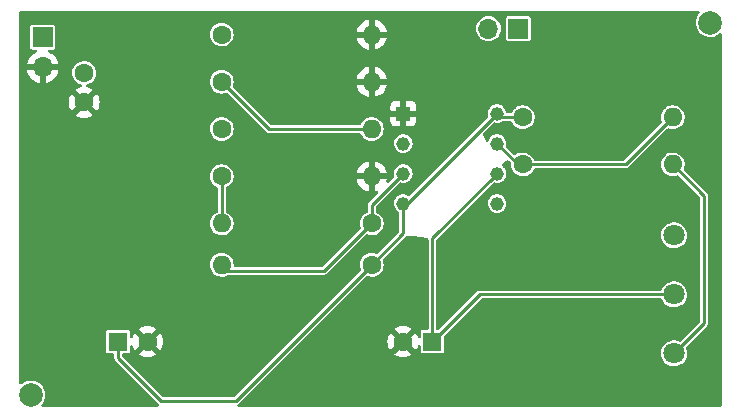
<source format=gbr>
%TF.GenerationSoftware,KiCad,Pcbnew,(6.0.6)*%
%TF.CreationDate,2023-09-23T12:19:05+03:00*%
%TF.ProjectId,leds_rme,6c656473-fc72-46d6-952e-6b696361645f,rev?*%
%TF.SameCoordinates,Original*%
%TF.FileFunction,Copper,L2,Bot*%
%TF.FilePolarity,Positive*%
%FSLAX46Y46*%
G04 Gerber Fmt 4.6, Leading zero omitted, Abs format (unit mm)*
G04 Created by KiCad (PCBNEW (6.0.6)) date 2023-09-23 12:19:05*
%MOMM*%
%LPD*%
G01*
G04 APERTURE LIST*
%TA.AperFunction,ComponentPad*%
%ADD10R,1.600000X1.600000*%
%TD*%
%TA.AperFunction,ComponentPad*%
%ADD11C,1.600000*%
%TD*%
%TA.AperFunction,ComponentPad*%
%ADD12C,1.800000*%
%TD*%
%TA.AperFunction,ComponentPad*%
%ADD13O,1.600000X1.600000*%
%TD*%
%TA.AperFunction,ComponentPad*%
%ADD14R,1.700000X1.700000*%
%TD*%
%TA.AperFunction,ComponentPad*%
%ADD15O,1.700000X1.700000*%
%TD*%
%TA.AperFunction,ComponentPad*%
%ADD16R,1.160000X1.160000*%
%TD*%
%TA.AperFunction,ComponentPad*%
%ADD17C,1.160000*%
%TD*%
%TA.AperFunction,ViaPad*%
%ADD18C,2.000000*%
%TD*%
%TA.AperFunction,ViaPad*%
%ADD19C,0.800000*%
%TD*%
%TA.AperFunction,Conductor*%
%ADD20C,0.250000*%
%TD*%
G04 APERTURE END LIST*
D10*
%TO.P,C3,1*%
%TO.N,Net-(C3-Pad1)*%
X79500000Y-75000000D03*
D11*
%TO.P,C3,2*%
%TO.N,GND*%
X77000000Y-75000000D03*
%TD*%
D12*
%TO.P,VR1,1,CCW*%
%TO.N,Net-(R8-Pad2)*%
X99950000Y-76000000D03*
%TO.P,VR1,2,WIPER*%
%TO.N,Net-(C3-Pad1)*%
X99950000Y-71000000D03*
%TO.P,VR1,3,CW*%
%TO.N,unconnected-(VR1-Pad3)*%
X99950000Y-66000000D03*
%TD*%
D11*
%TO.P,R2,1*%
%TO.N,Net-(Q1-Pad3)*%
X61650000Y-53000000D03*
D13*
%TO.P,R2,2*%
%TO.N,GND*%
X74350000Y-53000000D03*
%TD*%
D11*
%TO.P,R4,1*%
%TO.N,Net-(IC1-Pad6)*%
X61650000Y-61000000D03*
D13*
%TO.P,R4,2*%
%TO.N,GND*%
X74350000Y-61000000D03*
%TD*%
D11*
%TO.P,R8,1*%
%TO.N,Net-(IC3-Pad7)*%
X87150000Y-60000000D03*
D13*
%TO.P,R8,2*%
%TO.N,Net-(R8-Pad2)*%
X99850000Y-60000000D03*
%TD*%
D14*
%TO.P,J1,1,Pin_1*%
%TO.N,Net-(D1-Pad2)*%
X46500000Y-49225000D03*
D15*
%TO.P,J1,2,Pin_2*%
%TO.N,GND*%
X46500000Y-51765000D03*
%TD*%
D11*
%TO.P,R6,1*%
%TO.N,Net-(IC1-Pad3)*%
X61650000Y-49000000D03*
D13*
%TO.P,R6,2*%
%TO.N,GND*%
X74350000Y-49000000D03*
%TD*%
D11*
%TO.P,C1,1*%
%TO.N,Net-(C1-Pad1)*%
X50000000Y-52250000D03*
%TO.P,C1,2*%
%TO.N,GND*%
X50000000Y-54750000D03*
%TD*%
%TO.P,R3,1*%
%TO.N,Net-(IC3-Pad3)*%
X74350000Y-65000000D03*
D13*
%TO.P,R3,2*%
%TO.N,Net-(IC1-Pad6)*%
X61650000Y-65000000D03*
%TD*%
D10*
%TO.P,C2,1*%
%TO.N,Net-(C2-Pad1)*%
X52882323Y-75000000D03*
D11*
%TO.P,C2,2*%
%TO.N,GND*%
X55382323Y-75000000D03*
%TD*%
%TO.P,R1,1*%
%TO.N,Net-(IC1-Pad7)*%
X61650000Y-57000000D03*
D13*
%TO.P,R1,2*%
%TO.N,Net-(Q1-Pad3)*%
X74350000Y-57000000D03*
%TD*%
D14*
%TO.P,J2,1,Pin_1*%
%TO.N,Net-(C1-Pad1)*%
X86775000Y-48500000D03*
D15*
%TO.P,J2,2,Pin_2*%
%TO.N,Net-(J2-Pad2)*%
X84235000Y-48500000D03*
%TD*%
D11*
%TO.P,R7,1*%
%TO.N,Net-(C2-Pad1)*%
X87150000Y-56000000D03*
D13*
%TO.P,R7,2*%
%TO.N,Net-(IC3-Pad7)*%
X99850000Y-56000000D03*
%TD*%
D11*
%TO.P,R5,1*%
%TO.N,Net-(C2-Pad1)*%
X74350000Y-68500000D03*
D13*
%TO.P,R5,2*%
%TO.N,Net-(IC3-Pad3)*%
X61650000Y-68500000D03*
%TD*%
D16*
%TO.P,IC3,1,GND*%
%TO.N,GND*%
X77030000Y-55690000D03*
D17*
%TO.P,IC3,2,TRIGGER*%
%TO.N,Net-(C3-Pad1)*%
X77030000Y-58230000D03*
%TO.P,IC3,3,OUTPUT*%
%TO.N,Net-(IC3-Pad3)*%
X77030000Y-60770000D03*
%TO.P,IC3,4,RESET*%
%TO.N,Net-(C2-Pad1)*%
X77030000Y-63310000D03*
%TO.P,IC3,5,CONTROL_VOLTAGE*%
%TO.N,unconnected-(IC3-Pad5)*%
X84970000Y-63310000D03*
%TO.P,IC3,6,THRESHOLD*%
%TO.N,Net-(C3-Pad1)*%
X84970000Y-60770000D03*
%TO.P,IC3,7,DISCHARGE*%
%TO.N,Net-(IC3-Pad7)*%
X84970000Y-58230000D03*
%TO.P,IC3,8,VCC*%
%TO.N,Net-(C2-Pad1)*%
X84970000Y-55690000D03*
%TD*%
D18*
%TO.N,*%
X103000500Y-47999500D03*
X45500000Y-79500000D03*
D19*
%TO.N,GND*%
X59500000Y-54500000D03*
X55000000Y-54500000D03*
%TD*%
D20*
%TO.N,Net-(C2-Pad1)*%
X77350000Y-63310000D02*
X77030000Y-63310000D01*
X77030000Y-63310000D02*
X77030000Y-65820000D01*
X84970000Y-55690000D02*
X77350000Y-63310000D01*
X85280000Y-56000000D02*
X84970000Y-55690000D01*
X56500000Y-80000000D02*
X52882323Y-76382323D01*
X52882323Y-76382323D02*
X52882323Y-75000000D01*
X62850000Y-80000000D02*
X56500000Y-80000000D01*
X77030000Y-65820000D02*
X74350000Y-68500000D01*
X87150000Y-56000000D02*
X85280000Y-56000000D01*
X74350000Y-68500000D02*
X62850000Y-80000000D01*
%TO.N,Net-(C3-Pad1)*%
X79500000Y-75000000D02*
X79500000Y-66240000D01*
X83500000Y-71000000D02*
X79500000Y-75000000D01*
X79500000Y-66240000D02*
X84970000Y-60770000D01*
X99950000Y-71000000D02*
X83500000Y-71000000D01*
%TO.N,Net-(IC1-Pad6)*%
X61650000Y-61000000D02*
X61650000Y-65000000D01*
%TO.N,Net-(IC3-Pad3)*%
X70350000Y-69000000D02*
X74350000Y-65000000D01*
X77030000Y-60770000D02*
X74350000Y-63450000D01*
X74350000Y-63450000D02*
X74350000Y-65000000D01*
X61650000Y-69000000D02*
X70350000Y-69000000D01*
%TO.N,Net-(IC3-Pad7)*%
X87150000Y-60000000D02*
X95850000Y-60000000D01*
X84970000Y-58230000D02*
X86740000Y-60000000D01*
X95850000Y-60000000D02*
X99850000Y-56000000D01*
X86740000Y-60000000D02*
X87150000Y-60000000D01*
%TO.N,Net-(Q1-Pad3)*%
X65650000Y-57000000D02*
X74350000Y-57000000D01*
X61650000Y-53000000D02*
X65650000Y-57000000D01*
%TO.N,Net-(R8-Pad2)*%
X102500000Y-62650000D02*
X99850000Y-60000000D01*
X99950000Y-76000000D02*
X102500000Y-73450000D01*
X102500000Y-73450000D02*
X102500000Y-62650000D01*
%TD*%
%TA.AperFunction,Conductor*%
%TO.N,GND*%
G36*
X102067209Y-47021002D02*
G01*
X102113702Y-47074658D01*
X102123806Y-47144932D01*
X102098038Y-47205005D01*
X101989363Y-47342860D01*
X101886631Y-47538120D01*
X101859691Y-47624882D01*
X101826420Y-47732033D01*
X101821203Y-47748833D01*
X101795270Y-47967940D01*
X101809700Y-48188104D01*
X101811121Y-48193700D01*
X101811122Y-48193705D01*
X101853722Y-48361439D01*
X101864011Y-48401952D01*
X101866428Y-48407194D01*
X101866428Y-48407195D01*
X101899594Y-48479137D01*
X101956383Y-48602321D01*
X102083722Y-48782502D01*
X102241764Y-48936461D01*
X102246560Y-48939666D01*
X102246563Y-48939668D01*
X102373593Y-49024546D01*
X102425217Y-49059040D01*
X102430520Y-49061318D01*
X102430523Y-49061320D01*
X102540273Y-49108472D01*
X102627936Y-49146135D01*
X102707588Y-49164158D01*
X102837495Y-49193554D01*
X102837501Y-49193555D01*
X102843132Y-49194829D01*
X102848903Y-49195056D01*
X102848905Y-49195056D01*
X102916711Y-49197720D01*
X103063598Y-49203491D01*
X103174554Y-49187403D01*
X103276238Y-49172660D01*
X103276243Y-49172659D01*
X103281952Y-49171831D01*
X103287416Y-49169976D01*
X103287421Y-49169975D01*
X103485407Y-49102768D01*
X103485412Y-49102766D01*
X103490879Y-49100910D01*
X103534206Y-49076646D01*
X103571375Y-49055830D01*
X103683384Y-48993102D01*
X103699333Y-48979838D01*
X103792430Y-48902409D01*
X103857595Y-48874228D01*
X103927650Y-48885752D01*
X103980354Y-48933320D01*
X103999000Y-48999283D01*
X103999000Y-80373000D01*
X103978998Y-80441121D01*
X103925342Y-80487614D01*
X103873000Y-80499000D01*
X63106945Y-80499000D01*
X63038824Y-80478998D01*
X62992331Y-80425342D01*
X62982227Y-80355068D01*
X63011721Y-80290488D01*
X63043946Y-80263880D01*
X63052908Y-80258706D01*
X63052909Y-80258705D01*
X63062455Y-80253194D01*
X63086685Y-80224317D01*
X63094111Y-80216215D01*
X67224264Y-76086062D01*
X76278493Y-76086062D01*
X76287789Y-76098077D01*
X76338994Y-76133931D01*
X76348489Y-76139414D01*
X76545947Y-76231490D01*
X76556239Y-76235236D01*
X76766688Y-76291625D01*
X76777481Y-76293528D01*
X76994525Y-76312517D01*
X77005475Y-76312517D01*
X77222519Y-76293528D01*
X77233312Y-76291625D01*
X77443761Y-76235236D01*
X77454053Y-76231490D01*
X77651511Y-76139414D01*
X77661006Y-76133931D01*
X77713048Y-76097491D01*
X77721424Y-76087012D01*
X77714356Y-76073566D01*
X77012812Y-75372022D01*
X76998868Y-75364408D01*
X76997035Y-75364539D01*
X76990420Y-75368790D01*
X76284923Y-76074287D01*
X76278493Y-76086062D01*
X67224264Y-76086062D01*
X68304851Y-75005475D01*
X75687483Y-75005475D01*
X75706472Y-75222519D01*
X75708375Y-75233312D01*
X75764764Y-75443761D01*
X75768510Y-75454053D01*
X75860586Y-75651511D01*
X75866069Y-75661006D01*
X75902509Y-75713048D01*
X75912988Y-75721424D01*
X75926434Y-75714356D01*
X76627978Y-75012812D01*
X76635592Y-74998868D01*
X76635461Y-74997035D01*
X76631210Y-74990420D01*
X75925713Y-74284923D01*
X75913938Y-74278493D01*
X75901923Y-74287789D01*
X75866069Y-74338994D01*
X75860586Y-74348489D01*
X75768510Y-74545947D01*
X75764764Y-74556239D01*
X75708375Y-74766688D01*
X75706472Y-74777481D01*
X75687483Y-74994525D01*
X75687483Y-75005475D01*
X68304851Y-75005475D01*
X69397338Y-73912988D01*
X76278576Y-73912988D01*
X76285644Y-73926434D01*
X76987188Y-74627978D01*
X77001132Y-74635592D01*
X77002965Y-74635461D01*
X77009580Y-74631210D01*
X77715077Y-73925713D01*
X77721507Y-73913938D01*
X77712211Y-73901923D01*
X77661006Y-73866069D01*
X77651511Y-73860586D01*
X77454053Y-73768510D01*
X77443761Y-73764764D01*
X77233312Y-73708375D01*
X77222519Y-73706472D01*
X77005475Y-73687483D01*
X76994525Y-73687483D01*
X76777481Y-73706472D01*
X76766688Y-73708375D01*
X76556239Y-73764764D01*
X76545947Y-73768510D01*
X76348489Y-73860586D01*
X76338994Y-73866069D01*
X76286952Y-73902509D01*
X76278576Y-73912988D01*
X69397338Y-73912988D01*
X73848804Y-69461522D01*
X73911116Y-69427496D01*
X73976834Y-69430784D01*
X74134118Y-69481889D01*
X74328946Y-69505121D01*
X74335081Y-69504649D01*
X74335083Y-69504649D01*
X74518434Y-69490541D01*
X74518438Y-69490540D01*
X74524576Y-69490068D01*
X74713556Y-69437303D01*
X74888689Y-69348837D01*
X74913742Y-69329264D01*
X74983469Y-69274787D01*
X75043303Y-69228040D01*
X75073084Y-69193539D01*
X75167485Y-69084173D01*
X75167485Y-69084172D01*
X75171509Y-69079511D01*
X75268425Y-68908909D01*
X75330358Y-68722732D01*
X75354949Y-68528071D01*
X75355341Y-68500000D01*
X75336194Y-68304728D01*
X75334413Y-68298829D01*
X75334412Y-68298824D01*
X75281324Y-68122988D01*
X75280783Y-68051993D01*
X75312851Y-67997475D01*
X76257930Y-67052397D01*
X77246222Y-66064105D01*
X77254326Y-66056679D01*
X77268310Y-66044945D01*
X77333350Y-66016480D01*
X77367120Y-66016732D01*
X77952210Y-66100316D01*
X79000000Y-66250000D01*
X79006030Y-66243970D01*
X79030455Y-66240436D01*
X79100738Y-66250476D01*
X79154436Y-66296920D01*
X79174500Y-66365137D01*
X79174500Y-73873500D01*
X79154498Y-73941621D01*
X79100842Y-73988114D01*
X79048500Y-73999500D01*
X78680252Y-73999500D01*
X78674184Y-74000707D01*
X78633939Y-74008712D01*
X78633938Y-74008712D01*
X78621769Y-74011133D01*
X78555448Y-74055448D01*
X78511133Y-74121769D01*
X78499500Y-74180252D01*
X78499500Y-74585420D01*
X78479498Y-74653541D01*
X78425842Y-74700034D01*
X78355568Y-74710138D01*
X78290988Y-74680644D01*
X78251793Y-74618031D01*
X78235236Y-74556239D01*
X78231490Y-74545947D01*
X78139414Y-74348489D01*
X78133931Y-74338994D01*
X78097491Y-74286952D01*
X78087012Y-74278576D01*
X78073566Y-74285644D01*
X77372022Y-74987188D01*
X77364408Y-75001132D01*
X77364539Y-75002965D01*
X77368790Y-75009580D01*
X78074287Y-75715077D01*
X78086062Y-75721507D01*
X78098077Y-75712211D01*
X78133931Y-75661006D01*
X78139414Y-75651511D01*
X78231490Y-75454053D01*
X78235236Y-75443761D01*
X78251793Y-75381969D01*
X78288745Y-75321346D01*
X78352606Y-75290325D01*
X78423100Y-75298753D01*
X78477847Y-75343956D01*
X78499500Y-75414580D01*
X78499500Y-75819748D01*
X78511133Y-75878231D01*
X78555448Y-75944552D01*
X78621769Y-75988867D01*
X78633938Y-75991288D01*
X78633939Y-75991288D01*
X78659162Y-75996305D01*
X78680252Y-76000500D01*
X80319748Y-76000500D01*
X80340838Y-75996305D01*
X80366061Y-75991288D01*
X80366062Y-75991288D01*
X80378231Y-75988867D01*
X80444552Y-75944552D01*
X80488867Y-75878231D01*
X80500500Y-75819748D01*
X80500500Y-74512016D01*
X80520502Y-74443895D01*
X80537405Y-74422921D01*
X83597922Y-71362405D01*
X83660234Y-71328379D01*
X83687017Y-71325500D01*
X98807499Y-71325500D01*
X98875620Y-71345502D01*
X98921925Y-71398748D01*
X98992856Y-71552607D01*
X99109588Y-71717780D01*
X99254466Y-71858913D01*
X99422637Y-71971282D01*
X99427940Y-71973560D01*
X99427943Y-71973562D01*
X99516291Y-72011519D01*
X99608470Y-72051122D01*
X99805740Y-72095760D01*
X99811509Y-72095987D01*
X99811512Y-72095987D01*
X99887683Y-72098979D01*
X100007842Y-72103700D01*
X100094132Y-72091189D01*
X100202286Y-72075508D01*
X100202291Y-72075507D01*
X100208007Y-72074678D01*
X100213479Y-72072820D01*
X100213481Y-72072820D01*
X100394067Y-72011519D01*
X100394069Y-72011518D01*
X100399531Y-72009664D01*
X100576001Y-71910837D01*
X100638433Y-71858913D01*
X100727073Y-71785191D01*
X100731505Y-71781505D01*
X100860837Y-71626001D01*
X100959664Y-71449531D01*
X100989240Y-71362405D01*
X101022820Y-71263481D01*
X101022820Y-71263479D01*
X101024678Y-71258007D01*
X101025507Y-71252291D01*
X101025508Y-71252286D01*
X101053167Y-71061516D01*
X101053700Y-71057842D01*
X101055215Y-71000000D01*
X101036708Y-70798591D01*
X101030244Y-70775669D01*
X101004071Y-70682867D01*
X100981807Y-70603926D01*
X100892351Y-70422527D01*
X100874079Y-70398057D01*
X100774788Y-70265091D01*
X100774787Y-70265090D01*
X100771335Y-70260467D01*
X100748350Y-70239220D01*
X100627053Y-70127094D01*
X100627051Y-70127092D01*
X100622812Y-70123174D01*
X100595374Y-70105862D01*
X100456637Y-70018325D01*
X100451757Y-70015246D01*
X100263898Y-69940298D01*
X100065526Y-69900839D01*
X100059752Y-69900763D01*
X100059748Y-69900763D01*
X99957257Y-69899422D01*
X99863286Y-69898192D01*
X99857589Y-69899171D01*
X99857588Y-69899171D01*
X99669646Y-69931465D01*
X99669645Y-69931465D01*
X99663949Y-69932444D01*
X99474193Y-70002449D01*
X99300371Y-70105862D01*
X99148305Y-70239220D01*
X99023089Y-70398057D01*
X98928914Y-70577053D01*
X98927199Y-70582575D01*
X98927199Y-70582576D01*
X98926177Y-70585866D01*
X98925271Y-70587228D01*
X98924989Y-70587910D01*
X98924855Y-70587855D01*
X98886873Y-70644990D01*
X98821844Y-70673480D01*
X98805845Y-70674500D01*
X83519713Y-70674500D01*
X83508732Y-70674021D01*
X83482170Y-70671697D01*
X83482168Y-70671697D01*
X83471193Y-70670737D01*
X83434783Y-70680492D01*
X83424076Y-70682866D01*
X83386955Y-70689412D01*
X83377411Y-70694922D01*
X83374135Y-70696114D01*
X83370964Y-70697593D01*
X83360316Y-70700446D01*
X83351287Y-70706768D01*
X83329449Y-70722059D01*
X83320179Y-70727964D01*
X83297096Y-70741291D01*
X83297093Y-70741293D01*
X83287545Y-70746806D01*
X83280457Y-70755253D01*
X83280456Y-70755254D01*
X83263326Y-70775669D01*
X83255900Y-70783773D01*
X80077079Y-73962595D01*
X80014767Y-73996621D01*
X79987984Y-73999500D01*
X79951500Y-73999500D01*
X79883379Y-73979498D01*
X79836886Y-73925842D01*
X79825500Y-73873500D01*
X79825500Y-66427016D01*
X79845502Y-66358895D01*
X79862405Y-66337921D01*
X80229257Y-65971069D01*
X98845164Y-65971069D01*
X98858392Y-66172894D01*
X98908178Y-66368928D01*
X98992856Y-66552607D01*
X99109588Y-66717780D01*
X99254466Y-66858913D01*
X99422637Y-66971282D01*
X99427940Y-66973560D01*
X99427943Y-66973562D01*
X99516291Y-67011519D01*
X99608470Y-67051122D01*
X99805740Y-67095760D01*
X99811509Y-67095987D01*
X99811512Y-67095987D01*
X99887683Y-67098979D01*
X100007842Y-67103700D01*
X100094132Y-67091189D01*
X100202286Y-67075508D01*
X100202291Y-67075507D01*
X100208007Y-67074678D01*
X100213479Y-67072820D01*
X100213481Y-67072820D01*
X100394067Y-67011519D01*
X100394069Y-67011518D01*
X100399531Y-67009664D01*
X100576001Y-66910837D01*
X100638433Y-66858913D01*
X100727073Y-66785191D01*
X100731505Y-66781505D01*
X100860837Y-66626001D01*
X100959664Y-66449531D01*
X101024678Y-66258007D01*
X101025507Y-66252291D01*
X101025508Y-66252286D01*
X101053167Y-66061516D01*
X101053700Y-66057842D01*
X101055215Y-66000000D01*
X101036708Y-65798591D01*
X100981807Y-65603926D01*
X100892351Y-65422527D01*
X100874079Y-65398057D01*
X100774788Y-65265091D01*
X100774787Y-65265090D01*
X100771335Y-65260467D01*
X100748350Y-65239220D01*
X100627053Y-65127094D01*
X100627051Y-65127092D01*
X100622812Y-65123174D01*
X100595374Y-65105862D01*
X100456637Y-65018325D01*
X100451757Y-65015246D01*
X100263898Y-64940298D01*
X100065526Y-64900839D01*
X100059752Y-64900763D01*
X100059748Y-64900763D01*
X99957257Y-64899422D01*
X99863286Y-64898192D01*
X99857589Y-64899171D01*
X99857588Y-64899171D01*
X99669646Y-64931465D01*
X99669645Y-64931465D01*
X99663949Y-64932444D01*
X99474193Y-65002449D01*
X99300371Y-65105862D01*
X99148305Y-65239220D01*
X99023089Y-65398057D01*
X98928914Y-65577053D01*
X98868937Y-65770213D01*
X98845164Y-65971069D01*
X80229257Y-65971069D01*
X82901293Y-63299034D01*
X84184638Y-63299034D01*
X84201725Y-63473302D01*
X84256996Y-63639454D01*
X84347705Y-63789232D01*
X84469342Y-63915191D01*
X84475234Y-63919046D01*
X84475238Y-63919050D01*
X84543091Y-63963451D01*
X84615863Y-64011072D01*
X84622467Y-64013528D01*
X84773383Y-64069653D01*
X84773385Y-64069653D01*
X84779985Y-64072108D01*
X84786966Y-64073039D01*
X84786968Y-64073040D01*
X84946570Y-64094336D01*
X84946574Y-64094336D01*
X84953551Y-64095267D01*
X84960562Y-64094629D01*
X84960566Y-64094629D01*
X85120915Y-64080036D01*
X85120917Y-64080036D01*
X85127934Y-64079397D01*
X85134632Y-64077221D01*
X85134635Y-64077220D01*
X85287772Y-64027462D01*
X85287774Y-64027461D01*
X85294468Y-64025286D01*
X85444876Y-63935626D01*
X85449974Y-63930772D01*
X85449977Y-63930769D01*
X85566585Y-63819723D01*
X85571681Y-63814870D01*
X85575572Y-63809013D01*
X85575575Y-63809010D01*
X85664683Y-63674891D01*
X85668582Y-63669023D01*
X85679814Y-63639454D01*
X85728263Y-63511913D01*
X85728264Y-63511911D01*
X85730763Y-63505331D01*
X85734325Y-63479987D01*
X85754582Y-63335853D01*
X85754582Y-63335850D01*
X85755133Y-63331931D01*
X85755439Y-63310000D01*
X85735920Y-63135987D01*
X85729896Y-63118687D01*
X85680652Y-62977280D01*
X85678334Y-62970623D01*
X85585543Y-62822126D01*
X85511854Y-62747921D01*
X85467123Y-62702876D01*
X85467119Y-62702873D01*
X85462159Y-62697878D01*
X85314314Y-62604052D01*
X85156366Y-62547809D01*
X85155990Y-62547675D01*
X85155988Y-62547674D01*
X85149356Y-62545313D01*
X85142370Y-62544480D01*
X85142366Y-62544479D01*
X85017472Y-62529587D01*
X84975483Y-62524580D01*
X84968481Y-62525316D01*
X84968479Y-62525316D01*
X84808338Y-62542148D01*
X84808336Y-62542148D01*
X84801338Y-62542884D01*
X84714047Y-62572600D01*
X84642246Y-62597043D01*
X84642243Y-62597044D01*
X84635576Y-62599314D01*
X84629578Y-62603004D01*
X84629576Y-62603005D01*
X84492434Y-62687375D01*
X84492432Y-62687377D01*
X84486435Y-62691066D01*
X84481402Y-62695995D01*
X84390691Y-62784826D01*
X84361328Y-62813580D01*
X84266473Y-62960766D01*
X84264062Y-62967389D01*
X84264061Y-62967392D01*
X84208994Y-63118687D01*
X84208993Y-63118692D01*
X84206584Y-63125310D01*
X84184638Y-63299034D01*
X82901293Y-63299034D01*
X84641319Y-61559008D01*
X84703631Y-61524982D01*
X84766181Y-61529428D01*
X84766550Y-61527948D01*
X84773374Y-61529649D01*
X84779985Y-61532108D01*
X84860860Y-61542899D01*
X84946570Y-61554336D01*
X84946574Y-61554336D01*
X84953551Y-61555267D01*
X84960562Y-61554629D01*
X84960566Y-61554629D01*
X85120915Y-61540036D01*
X85120917Y-61540036D01*
X85127934Y-61539397D01*
X85134632Y-61537221D01*
X85134635Y-61537220D01*
X85287772Y-61487462D01*
X85287774Y-61487461D01*
X85294468Y-61485286D01*
X85444876Y-61395626D01*
X85449974Y-61390772D01*
X85449977Y-61390769D01*
X85566585Y-61279723D01*
X85571681Y-61274870D01*
X85575572Y-61269013D01*
X85575575Y-61269010D01*
X85664683Y-61134891D01*
X85668582Y-61129023D01*
X85701699Y-61041842D01*
X85728263Y-60971913D01*
X85728264Y-60971911D01*
X85730763Y-60965331D01*
X85735048Y-60934842D01*
X85754582Y-60795853D01*
X85754582Y-60795850D01*
X85755133Y-60791931D01*
X85755439Y-60770000D01*
X85735920Y-60595987D01*
X85730183Y-60579511D01*
X85684770Y-60449104D01*
X85678334Y-60430623D01*
X85603328Y-60310588D01*
X85589276Y-60288100D01*
X85585543Y-60282126D01*
X85479504Y-60175344D01*
X85467123Y-60162876D01*
X85467119Y-60162873D01*
X85462159Y-60157878D01*
X85456210Y-60154103D01*
X85456208Y-60154101D01*
X85417689Y-60129656D01*
X85370890Y-60076267D01*
X85360385Y-60006052D01*
X85389509Y-59941304D01*
X85428854Y-59910573D01*
X85750000Y-59750000D01*
X85746193Y-59744289D01*
X85747969Y-59737342D01*
X85784224Y-59676300D01*
X85847725Y-59644549D01*
X85918311Y-59652170D01*
X85959136Y-59679462D01*
X86114069Y-59834395D01*
X86148095Y-59896707D01*
X86150189Y-59937534D01*
X86144757Y-59985963D01*
X86161175Y-60181483D01*
X86215258Y-60370091D01*
X86218076Y-60375574D01*
X86302123Y-60539113D01*
X86302126Y-60539117D01*
X86304944Y-60544601D01*
X86426818Y-60698369D01*
X86431511Y-60702363D01*
X86431512Y-60702364D01*
X86544853Y-60798824D01*
X86576238Y-60825535D01*
X86581616Y-60828541D01*
X86581618Y-60828542D01*
X86617932Y-60848837D01*
X86747513Y-60921257D01*
X86934118Y-60981889D01*
X87128946Y-61005121D01*
X87135081Y-61004649D01*
X87135083Y-61004649D01*
X87318434Y-60990541D01*
X87318438Y-60990540D01*
X87324576Y-60990068D01*
X87513556Y-60937303D01*
X87688689Y-60848837D01*
X87718515Y-60825535D01*
X87827822Y-60740135D01*
X87843303Y-60728040D01*
X87873084Y-60693539D01*
X87967485Y-60584173D01*
X87967485Y-60584172D01*
X87971509Y-60579511D01*
X87974553Y-60574153D01*
X88065379Y-60414272D01*
X88065381Y-60414267D01*
X88068425Y-60408909D01*
X88070372Y-60403058D01*
X88071621Y-60400251D01*
X88117601Y-60346155D01*
X88186728Y-60325500D01*
X95830290Y-60325500D01*
X95841272Y-60325980D01*
X95867820Y-60328303D01*
X95867822Y-60328303D01*
X95878807Y-60329264D01*
X95915215Y-60319508D01*
X95925942Y-60317130D01*
X95929301Y-60316538D01*
X95963045Y-60310588D01*
X95972590Y-60305077D01*
X95975866Y-60303885D01*
X95979034Y-60302408D01*
X95989684Y-60299554D01*
X96020544Y-60277945D01*
X96029815Y-60272039D01*
X96052906Y-60258707D01*
X96062455Y-60253194D01*
X96086685Y-60224317D01*
X96094111Y-60216215D01*
X96324363Y-59985963D01*
X98844757Y-59985963D01*
X98861175Y-60181483D01*
X98915258Y-60370091D01*
X98918076Y-60375574D01*
X99002123Y-60539113D01*
X99002126Y-60539117D01*
X99004944Y-60544601D01*
X99126818Y-60698369D01*
X99131511Y-60702363D01*
X99131512Y-60702364D01*
X99244853Y-60798824D01*
X99276238Y-60825535D01*
X99281616Y-60828541D01*
X99281618Y-60828542D01*
X99317932Y-60848837D01*
X99447513Y-60921257D01*
X99634118Y-60981889D01*
X99828946Y-61005121D01*
X99835081Y-61004649D01*
X99835083Y-61004649D01*
X100018434Y-60990541D01*
X100018438Y-60990540D01*
X100024576Y-60990068D01*
X100213556Y-60937303D01*
X100218466Y-60934823D01*
X100288983Y-60928858D01*
X100352895Y-60963221D01*
X102137595Y-62747921D01*
X102171621Y-62810233D01*
X102174500Y-62837016D01*
X102174500Y-73262984D01*
X102154498Y-73331105D01*
X102137595Y-73352079D01*
X100526655Y-74963019D01*
X100464343Y-74997045D01*
X100390870Y-74990954D01*
X100269267Y-74942440D01*
X100263898Y-74940298D01*
X100065526Y-74900839D01*
X100059752Y-74900763D01*
X100059748Y-74900763D01*
X99957257Y-74899422D01*
X99863286Y-74898192D01*
X99857589Y-74899171D01*
X99857588Y-74899171D01*
X99669646Y-74931465D01*
X99669645Y-74931465D01*
X99663949Y-74932444D01*
X99474193Y-75002449D01*
X99300371Y-75105862D01*
X99148305Y-75239220D01*
X99023089Y-75398057D01*
X98928914Y-75577053D01*
X98868937Y-75770213D01*
X98845164Y-75971069D01*
X98858392Y-76172894D01*
X98874225Y-76235236D01*
X98893852Y-76312517D01*
X98908178Y-76368928D01*
X98992856Y-76552607D01*
X99109588Y-76717780D01*
X99254466Y-76858913D01*
X99422637Y-76971282D01*
X99427940Y-76973560D01*
X99427943Y-76973562D01*
X99516291Y-77011519D01*
X99608470Y-77051122D01*
X99805740Y-77095760D01*
X99811509Y-77095987D01*
X99811512Y-77095987D01*
X99887683Y-77098979D01*
X100007842Y-77103700D01*
X100094132Y-77091189D01*
X100202286Y-77075508D01*
X100202291Y-77075507D01*
X100208007Y-77074678D01*
X100213479Y-77072820D01*
X100213481Y-77072820D01*
X100394067Y-77011519D01*
X100394069Y-77011518D01*
X100399531Y-77009664D01*
X100576001Y-76910837D01*
X100638433Y-76858913D01*
X100727073Y-76785191D01*
X100731505Y-76781505D01*
X100860837Y-76626001D01*
X100959664Y-76449531D01*
X100972700Y-76411130D01*
X101022820Y-76263481D01*
X101022820Y-76263479D01*
X101024678Y-76258007D01*
X101025507Y-76252291D01*
X101025508Y-76252286D01*
X101047951Y-76097491D01*
X101053700Y-76057842D01*
X101055215Y-76000000D01*
X101036708Y-75798591D01*
X100981807Y-75603926D01*
X100963809Y-75567429D01*
X100951619Y-75497486D01*
X100979179Y-75432057D01*
X100987720Y-75422606D01*
X102716215Y-73694111D01*
X102724319Y-73686684D01*
X102744749Y-73669541D01*
X102753194Y-73662455D01*
X102758707Y-73652906D01*
X102772039Y-73629815D01*
X102777945Y-73620544D01*
X102793230Y-73598715D01*
X102799554Y-73589684D01*
X102802408Y-73579034D01*
X102803885Y-73575866D01*
X102805077Y-73572590D01*
X102810588Y-73563045D01*
X102817130Y-73525942D01*
X102819509Y-73515210D01*
X102829264Y-73478807D01*
X102825979Y-73441257D01*
X102825500Y-73430276D01*
X102825500Y-62669710D01*
X102825980Y-62658728D01*
X102828303Y-62632180D01*
X102828303Y-62632178D01*
X102829264Y-62621193D01*
X102819508Y-62584785D01*
X102817130Y-62574058D01*
X102816538Y-62570699D01*
X102810588Y-62536955D01*
X102805077Y-62527410D01*
X102803885Y-62524134D01*
X102802408Y-62520966D01*
X102799554Y-62510316D01*
X102777945Y-62479456D01*
X102772039Y-62470185D01*
X102758707Y-62447094D01*
X102753194Y-62437545D01*
X102724317Y-62413315D01*
X102716215Y-62405889D01*
X100811173Y-60500847D01*
X100777147Y-60438535D01*
X100780710Y-60371980D01*
X100812263Y-60277128D01*
X100830358Y-60222732D01*
X100854949Y-60028071D01*
X100855234Y-60007675D01*
X100855292Y-60003523D01*
X100855292Y-60003519D01*
X100855341Y-60000000D01*
X100836194Y-59804728D01*
X100834413Y-59798829D01*
X100834412Y-59798824D01*
X100781265Y-59622793D01*
X100779484Y-59616894D01*
X100687370Y-59443653D01*
X100563361Y-59291602D01*
X100412180Y-59166535D01*
X100239585Y-59073213D01*
X100145868Y-59044203D01*
X100058039Y-59017015D01*
X100058036Y-59017014D01*
X100052152Y-59015193D01*
X100046027Y-59014549D01*
X100046026Y-59014549D01*
X99863147Y-58995327D01*
X99863146Y-58995327D01*
X99857019Y-58994683D01*
X99734383Y-59005844D01*
X99667759Y-59011907D01*
X99667758Y-59011907D01*
X99661618Y-59012466D01*
X99655704Y-59014207D01*
X99655702Y-59014207D01*
X99526734Y-59052165D01*
X99473393Y-59067864D01*
X99467928Y-59070721D01*
X99304972Y-59155912D01*
X99304968Y-59155915D01*
X99299512Y-59158767D01*
X99294712Y-59162627D01*
X99294711Y-59162627D01*
X99265671Y-59185976D01*
X99146600Y-59281711D01*
X99020480Y-59432016D01*
X99017516Y-59437408D01*
X99017513Y-59437412D01*
X98938813Y-59580567D01*
X98925956Y-59603954D01*
X98866628Y-59790978D01*
X98844757Y-59985963D01*
X96324363Y-59985963D01*
X99348804Y-56961522D01*
X99411116Y-56927496D01*
X99476834Y-56930784D01*
X99634118Y-56981889D01*
X99828946Y-57005121D01*
X99835081Y-57004649D01*
X99835083Y-57004649D01*
X100018434Y-56990541D01*
X100018438Y-56990540D01*
X100024576Y-56990068D01*
X100213556Y-56937303D01*
X100388689Y-56848837D01*
X100418515Y-56825535D01*
X100483039Y-56775123D01*
X100543303Y-56728040D01*
X100554744Y-56714786D01*
X100667485Y-56584173D01*
X100667485Y-56584172D01*
X100671509Y-56579511D01*
X100768425Y-56408909D01*
X100830358Y-56222732D01*
X100854949Y-56028071D01*
X100855341Y-56000000D01*
X100836194Y-55804728D01*
X100834413Y-55798829D01*
X100834412Y-55798824D01*
X100781265Y-55622793D01*
X100779484Y-55616894D01*
X100687370Y-55443653D01*
X100563361Y-55291602D01*
X100412180Y-55166535D01*
X100239585Y-55073213D01*
X100145869Y-55044203D01*
X100058039Y-55017015D01*
X100058036Y-55017014D01*
X100052152Y-55015193D01*
X100046027Y-55014549D01*
X100046026Y-55014549D01*
X99863147Y-54995327D01*
X99863146Y-54995327D01*
X99857019Y-54994683D01*
X99734383Y-55005844D01*
X99667759Y-55011907D01*
X99667758Y-55011907D01*
X99661618Y-55012466D01*
X99655704Y-55014207D01*
X99655702Y-55014207D01*
X99526734Y-55052165D01*
X99473393Y-55067864D01*
X99467928Y-55070721D01*
X99304972Y-55155912D01*
X99304968Y-55155915D01*
X99299512Y-55158767D01*
X99294712Y-55162627D01*
X99294711Y-55162627D01*
X99262342Y-55188652D01*
X99146600Y-55281711D01*
X99020480Y-55432016D01*
X99017516Y-55437408D01*
X99017513Y-55437412D01*
X98948721Y-55562544D01*
X98925956Y-55603954D01*
X98866628Y-55790978D01*
X98844757Y-55985963D01*
X98861175Y-56181483D01*
X98915006Y-56369212D01*
X98915258Y-56370091D01*
X98915091Y-56370139D01*
X98921324Y-56438102D01*
X98886786Y-56502887D01*
X95752079Y-59637595D01*
X95689767Y-59671621D01*
X95662984Y-59674500D01*
X88185821Y-59674500D01*
X88117700Y-59654498D01*
X88074570Y-59607653D01*
X88072604Y-59603954D01*
X87987370Y-59443653D01*
X87863361Y-59291602D01*
X87712180Y-59166535D01*
X87539585Y-59073213D01*
X87445868Y-59044203D01*
X87358039Y-59017015D01*
X87358036Y-59017014D01*
X87352152Y-59015193D01*
X87346027Y-59014549D01*
X87346026Y-59014549D01*
X87163147Y-58995327D01*
X87163146Y-58995327D01*
X87157019Y-58994683D01*
X87034383Y-59005844D01*
X86967759Y-59011907D01*
X86967758Y-59011907D01*
X86961618Y-59012466D01*
X86955704Y-59014207D01*
X86955702Y-59014207D01*
X86826734Y-59052165D01*
X86773393Y-59067864D01*
X86767928Y-59070721D01*
X86604972Y-59155912D01*
X86604968Y-59155915D01*
X86599512Y-59158767D01*
X86569431Y-59182952D01*
X86554348Y-59195079D01*
X86488725Y-59222174D01*
X86418871Y-59209490D01*
X86386302Y-59185976D01*
X85759464Y-58559138D01*
X85725438Y-58496826D01*
X85726518Y-58438706D01*
X85728261Y-58431917D01*
X85730763Y-58425331D01*
X85755133Y-58251931D01*
X85755439Y-58230000D01*
X85735920Y-58055987D01*
X85729896Y-58038687D01*
X85680652Y-57897280D01*
X85678334Y-57890623D01*
X85585543Y-57742126D01*
X85523851Y-57680002D01*
X85467123Y-57622876D01*
X85467119Y-57622873D01*
X85462159Y-57617878D01*
X85314314Y-57524052D01*
X85242320Y-57498416D01*
X85155990Y-57467675D01*
X85155988Y-57467674D01*
X85149356Y-57465313D01*
X85142370Y-57464480D01*
X85142366Y-57464479D01*
X85017472Y-57449587D01*
X84975483Y-57444580D01*
X84968481Y-57445316D01*
X84968479Y-57445316D01*
X84808338Y-57462148D01*
X84808336Y-57462148D01*
X84801338Y-57462884D01*
X84714047Y-57492600D01*
X84642246Y-57517043D01*
X84642243Y-57517044D01*
X84635576Y-57519314D01*
X84629578Y-57523004D01*
X84629576Y-57523005D01*
X84492434Y-57607375D01*
X84492432Y-57607377D01*
X84486435Y-57611066D01*
X84361328Y-57733580D01*
X84266473Y-57880766D01*
X84264062Y-57887389D01*
X84264061Y-57887392D01*
X84246906Y-57934526D01*
X84229668Y-57981889D01*
X84229248Y-57983042D01*
X84187154Y-58040214D01*
X84120833Y-58065552D01*
X84051341Y-58051011D01*
X83998149Y-57996297D01*
X83750000Y-57500000D01*
X83753169Y-57498416D01*
X83734914Y-57461897D01*
X83742542Y-57391311D01*
X83769829Y-57350498D01*
X84641319Y-56479008D01*
X84703631Y-56444982D01*
X84766181Y-56449428D01*
X84766550Y-56447948D01*
X84773374Y-56449649D01*
X84779985Y-56452108D01*
X84860860Y-56462899D01*
X84946570Y-56474336D01*
X84946574Y-56474336D01*
X84953551Y-56475267D01*
X84960562Y-56474629D01*
X84960566Y-56474629D01*
X85120915Y-56460036D01*
X85120917Y-56460036D01*
X85127934Y-56459397D01*
X85134632Y-56457221D01*
X85134635Y-56457220D01*
X85287772Y-56407462D01*
X85287774Y-56407461D01*
X85294468Y-56405286D01*
X85398501Y-56343271D01*
X85463017Y-56325500D01*
X86115431Y-56325500D01*
X86183552Y-56345502D01*
X86227496Y-56393904D01*
X86304944Y-56544601D01*
X86426818Y-56698369D01*
X86431511Y-56702363D01*
X86431512Y-56702364D01*
X86544853Y-56798824D01*
X86576238Y-56825535D01*
X86581616Y-56828541D01*
X86581618Y-56828542D01*
X86617932Y-56848837D01*
X86747513Y-56921257D01*
X86934118Y-56981889D01*
X87128946Y-57005121D01*
X87135081Y-57004649D01*
X87135083Y-57004649D01*
X87318434Y-56990541D01*
X87318438Y-56990540D01*
X87324576Y-56990068D01*
X87513556Y-56937303D01*
X87688689Y-56848837D01*
X87718515Y-56825535D01*
X87783039Y-56775123D01*
X87843303Y-56728040D01*
X87854744Y-56714786D01*
X87967485Y-56584173D01*
X87967485Y-56584172D01*
X87971509Y-56579511D01*
X88068425Y-56408909D01*
X88130358Y-56222732D01*
X88154949Y-56028071D01*
X88155341Y-56000000D01*
X88136194Y-55804728D01*
X88134413Y-55798829D01*
X88134412Y-55798824D01*
X88081265Y-55622793D01*
X88079484Y-55616894D01*
X87987370Y-55443653D01*
X87863361Y-55291602D01*
X87712180Y-55166535D01*
X87539585Y-55073213D01*
X87445869Y-55044203D01*
X87358039Y-55017015D01*
X87358036Y-55017014D01*
X87352152Y-55015193D01*
X87346027Y-55014549D01*
X87346026Y-55014549D01*
X87163147Y-54995327D01*
X87163146Y-54995327D01*
X87157019Y-54994683D01*
X87034383Y-55005844D01*
X86967759Y-55011907D01*
X86967758Y-55011907D01*
X86961618Y-55012466D01*
X86955704Y-55014207D01*
X86955702Y-55014207D01*
X86826734Y-55052165D01*
X86773393Y-55067864D01*
X86767928Y-55070721D01*
X86604972Y-55155912D01*
X86604968Y-55155915D01*
X86599512Y-55158767D01*
X86594712Y-55162627D01*
X86594711Y-55162627D01*
X86562342Y-55188652D01*
X86446600Y-55281711D01*
X86320480Y-55432016D01*
X86317516Y-55437408D01*
X86317513Y-55437412D01*
X86225956Y-55603954D01*
X86224816Y-55603327D01*
X86183881Y-55652871D01*
X86113292Y-55674500D01*
X85866357Y-55674500D01*
X85798236Y-55654498D01*
X85751743Y-55600842D01*
X85741142Y-55562544D01*
X85736705Y-55522986D01*
X85735920Y-55515987D01*
X85729896Y-55498687D01*
X85708557Y-55437412D01*
X85678334Y-55350623D01*
X85585543Y-55202126D01*
X85498435Y-55114408D01*
X85467123Y-55082876D01*
X85467119Y-55082873D01*
X85462159Y-55077878D01*
X85314314Y-54984052D01*
X85262122Y-54965467D01*
X85155990Y-54927675D01*
X85155988Y-54927674D01*
X85149356Y-54925313D01*
X85142370Y-54924480D01*
X85142366Y-54924479D01*
X85017472Y-54909587D01*
X84975483Y-54904580D01*
X84968481Y-54905316D01*
X84968479Y-54905316D01*
X84808338Y-54922148D01*
X84808336Y-54922148D01*
X84801338Y-54922884D01*
X84714047Y-54952600D01*
X84642246Y-54977043D01*
X84642243Y-54977044D01*
X84635576Y-54979314D01*
X84629578Y-54983004D01*
X84629576Y-54983005D01*
X84492434Y-55067375D01*
X84492432Y-55067377D01*
X84486435Y-55071066D01*
X84361328Y-55193580D01*
X84266473Y-55340766D01*
X84264062Y-55347389D01*
X84264061Y-55347392D01*
X84208994Y-55498687D01*
X84208993Y-55498692D01*
X84206584Y-55505310D01*
X84184638Y-55679034D01*
X84201725Y-55853302D01*
X84203949Y-55859987D01*
X84203949Y-55859988D01*
X84213268Y-55888004D01*
X84215790Y-55958956D01*
X84182804Y-56016869D01*
X77581081Y-62618593D01*
X77518769Y-62652619D01*
X77447954Y-62647554D01*
X77424477Y-62635887D01*
X77374314Y-62604052D01*
X77216366Y-62547809D01*
X77215990Y-62547675D01*
X77215988Y-62547674D01*
X77209356Y-62545313D01*
X77202370Y-62544480D01*
X77202366Y-62544479D01*
X77077472Y-62529587D01*
X77035483Y-62524580D01*
X77028481Y-62525316D01*
X77028479Y-62525316D01*
X76868338Y-62542148D01*
X76868336Y-62542148D01*
X76861338Y-62542884D01*
X76774047Y-62572600D01*
X76702246Y-62597043D01*
X76702243Y-62597044D01*
X76695576Y-62599314D01*
X76689578Y-62603004D01*
X76689576Y-62603005D01*
X76552434Y-62687375D01*
X76552432Y-62687377D01*
X76546435Y-62691066D01*
X76541402Y-62695995D01*
X76450691Y-62784826D01*
X76421328Y-62813580D01*
X76326473Y-62960766D01*
X76324062Y-62967389D01*
X76324061Y-62967392D01*
X76268994Y-63118687D01*
X76268993Y-63118692D01*
X76266584Y-63125310D01*
X76244638Y-63299034D01*
X76261725Y-63473302D01*
X76316996Y-63639454D01*
X76407705Y-63789232D01*
X76529342Y-63915191D01*
X76535234Y-63919046D01*
X76535238Y-63919050D01*
X76647493Y-63992507D01*
X76693542Y-64046544D01*
X76704500Y-64097939D01*
X76704500Y-65632983D01*
X76684498Y-65701104D01*
X76667595Y-65722078D01*
X75759235Y-66630439D01*
X74852035Y-67537639D01*
X74789723Y-67571664D01*
X74725681Y-67568909D01*
X74558039Y-67517015D01*
X74558036Y-67517014D01*
X74552152Y-67515193D01*
X74546027Y-67514549D01*
X74546026Y-67514549D01*
X74363147Y-67495327D01*
X74363146Y-67495327D01*
X74357019Y-67494683D01*
X74234383Y-67505844D01*
X74167759Y-67511907D01*
X74167758Y-67511907D01*
X74161618Y-67512466D01*
X74155704Y-67514207D01*
X74155702Y-67514207D01*
X74076088Y-67537639D01*
X73973393Y-67567864D01*
X73967928Y-67570721D01*
X73804972Y-67655912D01*
X73804968Y-67655915D01*
X73799512Y-67658767D01*
X73794712Y-67662627D01*
X73794711Y-67662627D01*
X73760326Y-67690273D01*
X73646600Y-67781711D01*
X73520480Y-67932016D01*
X73517516Y-67937408D01*
X73517513Y-67937412D01*
X73454522Y-68051993D01*
X73425956Y-68103954D01*
X73366628Y-68290978D01*
X73344757Y-68485963D01*
X73361175Y-68681483D01*
X73415008Y-68869219D01*
X73415258Y-68870091D01*
X73415092Y-68870139D01*
X73421323Y-68938108D01*
X73386786Y-69002888D01*
X62752079Y-79637595D01*
X62689767Y-79671621D01*
X62662984Y-79674500D01*
X56687016Y-79674500D01*
X56618895Y-79654498D01*
X56597921Y-79637595D01*
X53244728Y-76284402D01*
X53210702Y-76222090D01*
X53207823Y-76195307D01*
X53207823Y-76126500D01*
X53219697Y-76086062D01*
X54660816Y-76086062D01*
X54670112Y-76098077D01*
X54721317Y-76133931D01*
X54730812Y-76139414D01*
X54928270Y-76231490D01*
X54938562Y-76235236D01*
X55149011Y-76291625D01*
X55159804Y-76293528D01*
X55376848Y-76312517D01*
X55387798Y-76312517D01*
X55604842Y-76293528D01*
X55615635Y-76291625D01*
X55826084Y-76235236D01*
X55836376Y-76231490D01*
X56033834Y-76139414D01*
X56043329Y-76133931D01*
X56095371Y-76097491D01*
X56103747Y-76087012D01*
X56096679Y-76073566D01*
X55395135Y-75372022D01*
X55381191Y-75364408D01*
X55379358Y-75364539D01*
X55372743Y-75368790D01*
X54667246Y-76074287D01*
X54660816Y-76086062D01*
X53219697Y-76086062D01*
X53227825Y-76058379D01*
X53281481Y-76011886D01*
X53333823Y-76000500D01*
X53702071Y-76000500D01*
X53723161Y-75996305D01*
X53748384Y-75991288D01*
X53748385Y-75991288D01*
X53760554Y-75988867D01*
X53826875Y-75944552D01*
X53871190Y-75878231D01*
X53882823Y-75819748D01*
X53882823Y-75414580D01*
X53902825Y-75346459D01*
X53956481Y-75299966D01*
X54026755Y-75289862D01*
X54091335Y-75319356D01*
X54130530Y-75381969D01*
X54147087Y-75443761D01*
X54150833Y-75454053D01*
X54242909Y-75651511D01*
X54248392Y-75661006D01*
X54284832Y-75713048D01*
X54295311Y-75721424D01*
X54308757Y-75714356D01*
X55010301Y-75012812D01*
X55016679Y-75001132D01*
X55746731Y-75001132D01*
X55746862Y-75002965D01*
X55751113Y-75009580D01*
X56456610Y-75715077D01*
X56468385Y-75721507D01*
X56480400Y-75712211D01*
X56516254Y-75661006D01*
X56521737Y-75651511D01*
X56613813Y-75454053D01*
X56617559Y-75443761D01*
X56673948Y-75233312D01*
X56675851Y-75222519D01*
X56694840Y-75005475D01*
X56694840Y-74994525D01*
X56675851Y-74777481D01*
X56673948Y-74766688D01*
X56617559Y-74556239D01*
X56613813Y-74545947D01*
X56521737Y-74348489D01*
X56516254Y-74338994D01*
X56479814Y-74286952D01*
X56469335Y-74278576D01*
X56455889Y-74285644D01*
X55754345Y-74987188D01*
X55746731Y-75001132D01*
X55016679Y-75001132D01*
X55017915Y-74998868D01*
X55017784Y-74997035D01*
X55013533Y-74990420D01*
X54308036Y-74284923D01*
X54296261Y-74278493D01*
X54284246Y-74287789D01*
X54248392Y-74338994D01*
X54242909Y-74348489D01*
X54150833Y-74545947D01*
X54147087Y-74556239D01*
X54130530Y-74618031D01*
X54093578Y-74678654D01*
X54029717Y-74709675D01*
X53959223Y-74701247D01*
X53904476Y-74656044D01*
X53882823Y-74585420D01*
X53882823Y-74180252D01*
X53871190Y-74121769D01*
X53826875Y-74055448D01*
X53760554Y-74011133D01*
X53748385Y-74008712D01*
X53748384Y-74008712D01*
X53708139Y-74000707D01*
X53702071Y-73999500D01*
X52062575Y-73999500D01*
X52056507Y-74000707D01*
X52016262Y-74008712D01*
X52016261Y-74008712D01*
X52004092Y-74011133D01*
X51937771Y-74055448D01*
X51893456Y-74121769D01*
X51881823Y-74180252D01*
X51881823Y-75819748D01*
X51893456Y-75878231D01*
X51937771Y-75944552D01*
X52004092Y-75988867D01*
X52016261Y-75991288D01*
X52016262Y-75991288D01*
X52041485Y-75996305D01*
X52062575Y-76000500D01*
X52430823Y-76000500D01*
X52498944Y-76020502D01*
X52545437Y-76074158D01*
X52556823Y-76126500D01*
X52556823Y-76362613D01*
X52556343Y-76373595D01*
X52553059Y-76411130D01*
X52555913Y-76421779D01*
X52562814Y-76447533D01*
X52565193Y-76458265D01*
X52571735Y-76495368D01*
X52577246Y-76504913D01*
X52578438Y-76508189D01*
X52579915Y-76511357D01*
X52582769Y-76522007D01*
X52589093Y-76531038D01*
X52604378Y-76552867D01*
X52610284Y-76562138D01*
X52623616Y-76585229D01*
X52629129Y-76594778D01*
X52637574Y-76601864D01*
X52658005Y-76619008D01*
X52666108Y-76626434D01*
X56255889Y-80216215D01*
X56263315Y-80224318D01*
X56287545Y-80253194D01*
X56297091Y-80258705D01*
X56297092Y-80258706D01*
X56306054Y-80263880D01*
X56355048Y-80315263D01*
X56368485Y-80384976D01*
X56342098Y-80450887D01*
X56284266Y-80492070D01*
X56243055Y-80499000D01*
X46499367Y-80499000D01*
X46431246Y-80478998D01*
X46384753Y-80425342D01*
X46374649Y-80355068D01*
X46402493Y-80292430D01*
X46489908Y-80187326D01*
X46489910Y-80187323D01*
X46493602Y-80182884D01*
X46601410Y-79990379D01*
X46603266Y-79984912D01*
X46603268Y-79984907D01*
X46670475Y-79786921D01*
X46670476Y-79786916D01*
X46672331Y-79781452D01*
X46673159Y-79775743D01*
X46673160Y-79775738D01*
X46703458Y-79566772D01*
X46703991Y-79563098D01*
X46705643Y-79500000D01*
X46685454Y-79280289D01*
X46625565Y-79067936D01*
X46527980Y-78870053D01*
X46395967Y-78693267D01*
X46290614Y-78595880D01*
X46238189Y-78547418D01*
X46238186Y-78547416D01*
X46233949Y-78543499D01*
X46047350Y-78425764D01*
X45842421Y-78344006D01*
X45836761Y-78342880D01*
X45836757Y-78342879D01*
X45631691Y-78302089D01*
X45631688Y-78302089D01*
X45626024Y-78300962D01*
X45620249Y-78300886D01*
X45620245Y-78300886D01*
X45509504Y-78299437D01*
X45405406Y-78298074D01*
X45399709Y-78299053D01*
X45399708Y-78299053D01*
X45193654Y-78334459D01*
X45193653Y-78334459D01*
X45187957Y-78335438D01*
X44980957Y-78411804D01*
X44975996Y-78414756D01*
X44975995Y-78414756D01*
X44830784Y-78501148D01*
X44791341Y-78524614D01*
X44786997Y-78528424D01*
X44710077Y-78595880D01*
X44645673Y-78625757D01*
X44575340Y-78616071D01*
X44521409Y-78569898D01*
X44501000Y-78501148D01*
X44501000Y-73912988D01*
X54660899Y-73912988D01*
X54667967Y-73926434D01*
X55369511Y-74627978D01*
X55383455Y-74635592D01*
X55385288Y-74635461D01*
X55391903Y-74631210D01*
X56097400Y-73925713D01*
X56103830Y-73913938D01*
X56094534Y-73901923D01*
X56043329Y-73866069D01*
X56033834Y-73860586D01*
X55836376Y-73768510D01*
X55826084Y-73764764D01*
X55615635Y-73708375D01*
X55604842Y-73706472D01*
X55387798Y-73687483D01*
X55376848Y-73687483D01*
X55159804Y-73706472D01*
X55149011Y-73708375D01*
X54938562Y-73764764D01*
X54928270Y-73768510D01*
X54730812Y-73860586D01*
X54721317Y-73866069D01*
X54669275Y-73902509D01*
X54660899Y-73912988D01*
X44501000Y-73912988D01*
X44501000Y-68485963D01*
X60644757Y-68485963D01*
X60661175Y-68681483D01*
X60715258Y-68870091D01*
X60718076Y-68875574D01*
X60802123Y-69039113D01*
X60802126Y-69039117D01*
X60804944Y-69044601D01*
X60926818Y-69198369D01*
X60931511Y-69202363D01*
X60931512Y-69202364D01*
X61038280Y-69293230D01*
X61076238Y-69325535D01*
X61081616Y-69328541D01*
X61081618Y-69328542D01*
X61111276Y-69345117D01*
X61247513Y-69421257D01*
X61434118Y-69481889D01*
X61628946Y-69505121D01*
X61635081Y-69504649D01*
X61635083Y-69504649D01*
X61818434Y-69490541D01*
X61818438Y-69490540D01*
X61824576Y-69490068D01*
X62013556Y-69437303D01*
X62099574Y-69393852D01*
X62183194Y-69351613D01*
X62183196Y-69351612D01*
X62188689Y-69348837D01*
X62193463Y-69345107D01*
X62260946Y-69325500D01*
X70330290Y-69325500D01*
X70341272Y-69325980D01*
X70367820Y-69328303D01*
X70367822Y-69328303D01*
X70378807Y-69329264D01*
X70415215Y-69319508D01*
X70425942Y-69317130D01*
X70429301Y-69316538D01*
X70463045Y-69310588D01*
X70472590Y-69305077D01*
X70475866Y-69303885D01*
X70479034Y-69302408D01*
X70489684Y-69299554D01*
X70520544Y-69277945D01*
X70529815Y-69272039D01*
X70552906Y-69258707D01*
X70562455Y-69253194D01*
X70586685Y-69224317D01*
X70594111Y-69216215D01*
X73848804Y-65961522D01*
X73911116Y-65927496D01*
X73976834Y-65930784D01*
X74134118Y-65981889D01*
X74328946Y-66005121D01*
X74335081Y-66004649D01*
X74335083Y-66004649D01*
X74518434Y-65990541D01*
X74518438Y-65990540D01*
X74524576Y-65990068D01*
X74713556Y-65937303D01*
X74888689Y-65848837D01*
X74918515Y-65825535D01*
X75038453Y-65731829D01*
X75043303Y-65728040D01*
X75048450Y-65722078D01*
X75167485Y-65584173D01*
X75167485Y-65584172D01*
X75171509Y-65579511D01*
X75268425Y-65408909D01*
X75330358Y-65222732D01*
X75354949Y-65028071D01*
X75355341Y-65000000D01*
X75336194Y-64804728D01*
X75334413Y-64798829D01*
X75334412Y-64798824D01*
X75281265Y-64622793D01*
X75279484Y-64616894D01*
X75187370Y-64443653D01*
X75063361Y-64291602D01*
X74912180Y-64166535D01*
X74741571Y-64074287D01*
X74691162Y-64024292D01*
X74675500Y-63963451D01*
X74675500Y-63637016D01*
X74695502Y-63568895D01*
X74712405Y-63547921D01*
X76701317Y-61559009D01*
X76763629Y-61524983D01*
X76826177Y-61529425D01*
X76826545Y-61527948D01*
X76833384Y-61529653D01*
X76839985Y-61532108D01*
X76846966Y-61533039D01*
X76846968Y-61533040D01*
X77006570Y-61554336D01*
X77006574Y-61554336D01*
X77013551Y-61555267D01*
X77020562Y-61554629D01*
X77020566Y-61554629D01*
X77180915Y-61540036D01*
X77180917Y-61540036D01*
X77187934Y-61539397D01*
X77194632Y-61537221D01*
X77194635Y-61537220D01*
X77347772Y-61487462D01*
X77347774Y-61487461D01*
X77354468Y-61485286D01*
X77504876Y-61395626D01*
X77509974Y-61390772D01*
X77509977Y-61390769D01*
X77626585Y-61279723D01*
X77631681Y-61274870D01*
X77635572Y-61269013D01*
X77635575Y-61269010D01*
X77724683Y-61134891D01*
X77728582Y-61129023D01*
X77761699Y-61041842D01*
X77788263Y-60971913D01*
X77788264Y-60971911D01*
X77790763Y-60965331D01*
X77795048Y-60934842D01*
X77814582Y-60795853D01*
X77814582Y-60795850D01*
X77815133Y-60791931D01*
X77815439Y-60770000D01*
X77795920Y-60595987D01*
X77790183Y-60579511D01*
X77744770Y-60449104D01*
X77738334Y-60430623D01*
X77663328Y-60310588D01*
X77649276Y-60288100D01*
X77645543Y-60282126D01*
X77539504Y-60175344D01*
X77527123Y-60162876D01*
X77527119Y-60162873D01*
X77522159Y-60157878D01*
X77374314Y-60064052D01*
X77273268Y-60028071D01*
X77215990Y-60007675D01*
X77215988Y-60007674D01*
X77209356Y-60005313D01*
X77202370Y-60004480D01*
X77202366Y-60004479D01*
X77077472Y-59989587D01*
X77035483Y-59984580D01*
X77028481Y-59985316D01*
X77028479Y-59985316D01*
X76868338Y-60002148D01*
X76868336Y-60002148D01*
X76861338Y-60002884D01*
X76787352Y-60028071D01*
X76702246Y-60057043D01*
X76702243Y-60057044D01*
X76695576Y-60059314D01*
X76689578Y-60063004D01*
X76689576Y-60063005D01*
X76552434Y-60147375D01*
X76552432Y-60147377D01*
X76546435Y-60151066D01*
X76421328Y-60273580D01*
X76326473Y-60420766D01*
X76324062Y-60427389D01*
X76324061Y-60427392D01*
X76268994Y-60578687D01*
X76268993Y-60578692D01*
X76266584Y-60585310D01*
X76244638Y-60759034D01*
X76261725Y-60933302D01*
X76263949Y-60939987D01*
X76263949Y-60939988D01*
X76273268Y-60968004D01*
X76275790Y-61038956D01*
X76242806Y-61096867D01*
X75804026Y-61535647D01*
X75741717Y-61569670D01*
X75670902Y-61564606D01*
X75614066Y-61522059D01*
X75589255Y-61455539D01*
X75593227Y-61413939D01*
X75631394Y-61271497D01*
X75631058Y-61257401D01*
X75623116Y-61254000D01*
X74622115Y-61254000D01*
X74606876Y-61258475D01*
X74605671Y-61259865D01*
X74604000Y-61267548D01*
X74604000Y-62267967D01*
X74607973Y-62281498D01*
X74616522Y-62282727D01*
X74763939Y-62243227D01*
X74834916Y-62244917D01*
X74893711Y-62284711D01*
X74921659Y-62349976D01*
X74909885Y-62419989D01*
X74885645Y-62454029D01*
X74133784Y-63205890D01*
X74125681Y-63213316D01*
X74096806Y-63237545D01*
X74091293Y-63247094D01*
X74077961Y-63270185D01*
X74072055Y-63279456D01*
X74050446Y-63310316D01*
X74047592Y-63320966D01*
X74046115Y-63324134D01*
X74044923Y-63327410D01*
X74039412Y-63336955D01*
X74033462Y-63370699D01*
X74032870Y-63374058D01*
X74030492Y-63384785D01*
X74020736Y-63421193D01*
X74021697Y-63432178D01*
X74021697Y-63432180D01*
X74024020Y-63458728D01*
X74024500Y-63469710D01*
X74024500Y-63964837D01*
X74004498Y-64032958D01*
X73956876Y-64076498D01*
X73804976Y-64155910D01*
X73804972Y-64155912D01*
X73799512Y-64158767D01*
X73794712Y-64162627D01*
X73794711Y-64162627D01*
X73760326Y-64190273D01*
X73646600Y-64281711D01*
X73520480Y-64432016D01*
X73517516Y-64437408D01*
X73517513Y-64437412D01*
X73438813Y-64580567D01*
X73425956Y-64603954D01*
X73366628Y-64790978D01*
X73344757Y-64985963D01*
X73361175Y-65181483D01*
X73415006Y-65369212D01*
X73415258Y-65370091D01*
X73415091Y-65370139D01*
X73421324Y-65438102D01*
X73386786Y-65502887D01*
X70252079Y-68637595D01*
X70189767Y-68671621D01*
X70162984Y-68674500D01*
X62779369Y-68674500D01*
X62711248Y-68654498D01*
X62664755Y-68600842D01*
X62654729Y-68535100D01*
X62654262Y-68535067D01*
X62654407Y-68532992D01*
X62654364Y-68532706D01*
X62654949Y-68528071D01*
X62655341Y-68500000D01*
X62636194Y-68304728D01*
X62634413Y-68298829D01*
X62634412Y-68298824D01*
X62581265Y-68122793D01*
X62579484Y-68116894D01*
X62487370Y-67943653D01*
X62363361Y-67791602D01*
X62212180Y-67666535D01*
X62039585Y-67573213D01*
X61924664Y-67537639D01*
X61858039Y-67517015D01*
X61858036Y-67517014D01*
X61852152Y-67515193D01*
X61846027Y-67514549D01*
X61846026Y-67514549D01*
X61663147Y-67495327D01*
X61663146Y-67495327D01*
X61657019Y-67494683D01*
X61534383Y-67505844D01*
X61467759Y-67511907D01*
X61467758Y-67511907D01*
X61461618Y-67512466D01*
X61455704Y-67514207D01*
X61455702Y-67514207D01*
X61376088Y-67537639D01*
X61273393Y-67567864D01*
X61267928Y-67570721D01*
X61104972Y-67655912D01*
X61104968Y-67655915D01*
X61099512Y-67658767D01*
X61094712Y-67662627D01*
X61094711Y-67662627D01*
X61060326Y-67690273D01*
X60946600Y-67781711D01*
X60820480Y-67932016D01*
X60817516Y-67937408D01*
X60817513Y-67937412D01*
X60754522Y-68051993D01*
X60725956Y-68103954D01*
X60666628Y-68290978D01*
X60644757Y-68485963D01*
X44501000Y-68485963D01*
X44501000Y-64985963D01*
X60644757Y-64985963D01*
X60661175Y-65181483D01*
X60715258Y-65370091D01*
X60718076Y-65375574D01*
X60802123Y-65539113D01*
X60802126Y-65539117D01*
X60804944Y-65544601D01*
X60926818Y-65698369D01*
X60931511Y-65702363D01*
X60931512Y-65702364D01*
X61017976Y-65775950D01*
X61076238Y-65825535D01*
X61081616Y-65828541D01*
X61081618Y-65828542D01*
X61117932Y-65848837D01*
X61247513Y-65921257D01*
X61434118Y-65981889D01*
X61628946Y-66005121D01*
X61635081Y-66004649D01*
X61635083Y-66004649D01*
X61818434Y-65990541D01*
X61818438Y-65990540D01*
X61824576Y-65990068D01*
X62013556Y-65937303D01*
X62188689Y-65848837D01*
X62218515Y-65825535D01*
X62338453Y-65731829D01*
X62343303Y-65728040D01*
X62348450Y-65722078D01*
X62467485Y-65584173D01*
X62467485Y-65584172D01*
X62471509Y-65579511D01*
X62568425Y-65408909D01*
X62630358Y-65222732D01*
X62654949Y-65028071D01*
X62655341Y-65000000D01*
X62636194Y-64804728D01*
X62634413Y-64798829D01*
X62634412Y-64798824D01*
X62581265Y-64622793D01*
X62579484Y-64616894D01*
X62487370Y-64443653D01*
X62363361Y-64291602D01*
X62212180Y-64166535D01*
X62041571Y-64074287D01*
X61991162Y-64024292D01*
X61975500Y-63963451D01*
X61975500Y-62034043D01*
X61995502Y-61965922D01*
X62044689Y-61921577D01*
X62183195Y-61851612D01*
X62188689Y-61848837D01*
X62218515Y-61825535D01*
X62338453Y-61731829D01*
X62343303Y-61728040D01*
X62373084Y-61693539D01*
X62467485Y-61584173D01*
X62467485Y-61584172D01*
X62471509Y-61579511D01*
X62477100Y-61569670D01*
X62523800Y-61487462D01*
X62568425Y-61408909D01*
X62615791Y-61266522D01*
X73067273Y-61266522D01*
X73114764Y-61443761D01*
X73118510Y-61454053D01*
X73210586Y-61651511D01*
X73216069Y-61661007D01*
X73341028Y-61839467D01*
X73348084Y-61847875D01*
X73502125Y-62001916D01*
X73510533Y-62008972D01*
X73688993Y-62133931D01*
X73698489Y-62139414D01*
X73895947Y-62231490D01*
X73906239Y-62235236D01*
X74078503Y-62281394D01*
X74092599Y-62281058D01*
X74096000Y-62273116D01*
X74096000Y-61272115D01*
X74091525Y-61256876D01*
X74090135Y-61255671D01*
X74082452Y-61254000D01*
X73082033Y-61254000D01*
X73068502Y-61257973D01*
X73067273Y-61266522D01*
X62615791Y-61266522D01*
X62630358Y-61222732D01*
X62654949Y-61028071D01*
X62655155Y-61013340D01*
X62655292Y-61003523D01*
X62655292Y-61003519D01*
X62655341Y-61000000D01*
X62636194Y-60804728D01*
X62634413Y-60798829D01*
X62634412Y-60798824D01*
X62613181Y-60728503D01*
X73068606Y-60728503D01*
X73068942Y-60742599D01*
X73076884Y-60746000D01*
X74077885Y-60746000D01*
X74093124Y-60741525D01*
X74094329Y-60740135D01*
X74096000Y-60732452D01*
X74096000Y-60727885D01*
X74604000Y-60727885D01*
X74608475Y-60743124D01*
X74609865Y-60744329D01*
X74617548Y-60746000D01*
X75617967Y-60746000D01*
X75631498Y-60742027D01*
X75632727Y-60733478D01*
X75585236Y-60556239D01*
X75581490Y-60545947D01*
X75489414Y-60348489D01*
X75483931Y-60338993D01*
X75358972Y-60160533D01*
X75351916Y-60152125D01*
X75197875Y-59998084D01*
X75189467Y-59991028D01*
X75011007Y-59866069D01*
X75001511Y-59860586D01*
X74804053Y-59768510D01*
X74793761Y-59764764D01*
X74621497Y-59718606D01*
X74607401Y-59718942D01*
X74604000Y-59726884D01*
X74604000Y-60727885D01*
X74096000Y-60727885D01*
X74096000Y-59732033D01*
X74092027Y-59718502D01*
X74083478Y-59717273D01*
X73906239Y-59764764D01*
X73895947Y-59768510D01*
X73698489Y-59860586D01*
X73688993Y-59866069D01*
X73510533Y-59991028D01*
X73502125Y-59998084D01*
X73348084Y-60152125D01*
X73341028Y-60160533D01*
X73216069Y-60338993D01*
X73210586Y-60348489D01*
X73118510Y-60545947D01*
X73114764Y-60556239D01*
X73068606Y-60728503D01*
X62613181Y-60728503D01*
X62581265Y-60622793D01*
X62579484Y-60616894D01*
X62487370Y-60443653D01*
X62363361Y-60291602D01*
X62212180Y-60166535D01*
X62039585Y-60073213D01*
X61905074Y-60031575D01*
X61858039Y-60017015D01*
X61858036Y-60017014D01*
X61852152Y-60015193D01*
X61846027Y-60014549D01*
X61846026Y-60014549D01*
X61663147Y-59995327D01*
X61663146Y-59995327D01*
X61657019Y-59994683D01*
X61549380Y-60004479D01*
X61467759Y-60011907D01*
X61467758Y-60011907D01*
X61461618Y-60012466D01*
X61455704Y-60014207D01*
X61455702Y-60014207D01*
X61326734Y-60052165D01*
X61273393Y-60067864D01*
X61267928Y-60070721D01*
X61104972Y-60155912D01*
X61104968Y-60155915D01*
X61099512Y-60158767D01*
X61094712Y-60162627D01*
X61094711Y-60162627D01*
X61078894Y-60175344D01*
X60946600Y-60281711D01*
X60820480Y-60432016D01*
X60817516Y-60437408D01*
X60817513Y-60437412D01*
X60761603Y-60539113D01*
X60725956Y-60603954D01*
X60666628Y-60790978D01*
X60644757Y-60985963D01*
X60661175Y-61181483D01*
X60715258Y-61370091D01*
X60718076Y-61375574D01*
X60802123Y-61539113D01*
X60802126Y-61539117D01*
X60804944Y-61544601D01*
X60926818Y-61698369D01*
X61076238Y-61825535D01*
X61081616Y-61828541D01*
X61081618Y-61828542D01*
X61116211Y-61847875D01*
X61247513Y-61921257D01*
X61249913Y-61922037D01*
X61303363Y-61966832D01*
X61324500Y-62036688D01*
X61324500Y-63964837D01*
X61304498Y-64032958D01*
X61256876Y-64076498D01*
X61104976Y-64155910D01*
X61104972Y-64155912D01*
X61099512Y-64158767D01*
X61094712Y-64162627D01*
X61094711Y-64162627D01*
X61060326Y-64190273D01*
X60946600Y-64281711D01*
X60820480Y-64432016D01*
X60817516Y-64437408D01*
X60817513Y-64437412D01*
X60738813Y-64580567D01*
X60725956Y-64603954D01*
X60666628Y-64790978D01*
X60644757Y-64985963D01*
X44501000Y-64985963D01*
X44501000Y-58219034D01*
X76244638Y-58219034D01*
X76261725Y-58393302D01*
X76316996Y-58559454D01*
X76407705Y-58709232D01*
X76529342Y-58835191D01*
X76535234Y-58839046D01*
X76535238Y-58839050D01*
X76620008Y-58894521D01*
X76675863Y-58931072D01*
X76682467Y-58933528D01*
X76833383Y-58989653D01*
X76833385Y-58989653D01*
X76839985Y-58992108D01*
X76846966Y-58993039D01*
X76846968Y-58993040D01*
X77006570Y-59014336D01*
X77006574Y-59014336D01*
X77013551Y-59015267D01*
X77020562Y-59014629D01*
X77020566Y-59014629D01*
X77180915Y-59000036D01*
X77180917Y-59000036D01*
X77187934Y-58999397D01*
X77194632Y-58997221D01*
X77194635Y-58997220D01*
X77347772Y-58947462D01*
X77347774Y-58947461D01*
X77354468Y-58945286D01*
X77504876Y-58855626D01*
X77509974Y-58850772D01*
X77509977Y-58850769D01*
X77626585Y-58739723D01*
X77631681Y-58734870D01*
X77635572Y-58729013D01*
X77635575Y-58729010D01*
X77724683Y-58594891D01*
X77728582Y-58589023D01*
X77739814Y-58559454D01*
X77788263Y-58431913D01*
X77788264Y-58431911D01*
X77790763Y-58425331D01*
X77794325Y-58399987D01*
X77814582Y-58255853D01*
X77814582Y-58255850D01*
X77815133Y-58251931D01*
X77815439Y-58230000D01*
X77795920Y-58055987D01*
X77789896Y-58038687D01*
X77740652Y-57897280D01*
X77738334Y-57890623D01*
X77645543Y-57742126D01*
X77583851Y-57680002D01*
X77527123Y-57622876D01*
X77527119Y-57622873D01*
X77522159Y-57617878D01*
X77374314Y-57524052D01*
X77302320Y-57498416D01*
X77215990Y-57467675D01*
X77215988Y-57467674D01*
X77209356Y-57465313D01*
X77202370Y-57464480D01*
X77202366Y-57464479D01*
X77077472Y-57449587D01*
X77035483Y-57444580D01*
X77028481Y-57445316D01*
X77028479Y-57445316D01*
X76868338Y-57462148D01*
X76868336Y-57462148D01*
X76861338Y-57462884D01*
X76774047Y-57492600D01*
X76702246Y-57517043D01*
X76702243Y-57517044D01*
X76695576Y-57519314D01*
X76689578Y-57523004D01*
X76689576Y-57523005D01*
X76552434Y-57607375D01*
X76552432Y-57607377D01*
X76546435Y-57611066D01*
X76421328Y-57733580D01*
X76326473Y-57880766D01*
X76324062Y-57887389D01*
X76324061Y-57887392D01*
X76268994Y-58038687D01*
X76268993Y-58038692D01*
X76266584Y-58045310D01*
X76244638Y-58219034D01*
X44501000Y-58219034D01*
X44501000Y-56985963D01*
X60644757Y-56985963D01*
X60661175Y-57181483D01*
X60715258Y-57370091D01*
X60718076Y-57375574D01*
X60802123Y-57539113D01*
X60802125Y-57539116D01*
X60804944Y-57544601D01*
X60926818Y-57698369D01*
X60931511Y-57702363D01*
X60931512Y-57702364D01*
X60962401Y-57728652D01*
X61076238Y-57825535D01*
X61081616Y-57828541D01*
X61081618Y-57828542D01*
X61117932Y-57848837D01*
X61247513Y-57921257D01*
X61434118Y-57981889D01*
X61628946Y-58005121D01*
X61635081Y-58004649D01*
X61635083Y-58004649D01*
X61818434Y-57990541D01*
X61818438Y-57990540D01*
X61824576Y-57990068D01*
X62013556Y-57937303D01*
X62188689Y-57848837D01*
X62218515Y-57825535D01*
X62317627Y-57748100D01*
X62343303Y-57728040D01*
X62373084Y-57693539D01*
X62467485Y-57584173D01*
X62467485Y-57584172D01*
X62471509Y-57579511D01*
X62568425Y-57408909D01*
X62630358Y-57222732D01*
X62654949Y-57028071D01*
X62655155Y-57013340D01*
X62655292Y-57003523D01*
X62655292Y-57003519D01*
X62655341Y-57000000D01*
X62636194Y-56804728D01*
X62634413Y-56798829D01*
X62634412Y-56798824D01*
X62581265Y-56622793D01*
X62579484Y-56616894D01*
X62487370Y-56443653D01*
X62363361Y-56291602D01*
X62212180Y-56166535D01*
X62039585Y-56073213D01*
X61905074Y-56031575D01*
X61858039Y-56017015D01*
X61858036Y-56017014D01*
X61852152Y-56015193D01*
X61846027Y-56014549D01*
X61846026Y-56014549D01*
X61663147Y-55995327D01*
X61663146Y-55995327D01*
X61657019Y-55994683D01*
X61534383Y-56005844D01*
X61467759Y-56011907D01*
X61467758Y-56011907D01*
X61461618Y-56012466D01*
X61455704Y-56014207D01*
X61455702Y-56014207D01*
X61362545Y-56041625D01*
X61273393Y-56067864D01*
X61267928Y-56070721D01*
X61104972Y-56155912D01*
X61104968Y-56155915D01*
X61099512Y-56158767D01*
X61094712Y-56162627D01*
X61094711Y-56162627D01*
X61078894Y-56175344D01*
X60946600Y-56281711D01*
X60820480Y-56432016D01*
X60817516Y-56437408D01*
X60817513Y-56437412D01*
X60770104Y-56523649D01*
X60725956Y-56603954D01*
X60666628Y-56790978D01*
X60644757Y-56985963D01*
X44501000Y-56985963D01*
X44501000Y-55836062D01*
X49278493Y-55836062D01*
X49287789Y-55848077D01*
X49338994Y-55883931D01*
X49348489Y-55889414D01*
X49545947Y-55981490D01*
X49556239Y-55985236D01*
X49766688Y-56041625D01*
X49777481Y-56043528D01*
X49994525Y-56062517D01*
X50005475Y-56062517D01*
X50222519Y-56043528D01*
X50233312Y-56041625D01*
X50443761Y-55985236D01*
X50454053Y-55981490D01*
X50651511Y-55889414D01*
X50661006Y-55883931D01*
X50713048Y-55847491D01*
X50721424Y-55837012D01*
X50714356Y-55823566D01*
X50012812Y-55122022D01*
X49998868Y-55114408D01*
X49997035Y-55114539D01*
X49990420Y-55118790D01*
X49284923Y-55824287D01*
X49278493Y-55836062D01*
X44501000Y-55836062D01*
X44501000Y-54755475D01*
X48687483Y-54755475D01*
X48706472Y-54972519D01*
X48708375Y-54983312D01*
X48764764Y-55193761D01*
X48768510Y-55204053D01*
X48860586Y-55401511D01*
X48866069Y-55411006D01*
X48902509Y-55463048D01*
X48912988Y-55471424D01*
X48926434Y-55464356D01*
X49627978Y-54762812D01*
X49634356Y-54751132D01*
X50364408Y-54751132D01*
X50364539Y-54752965D01*
X50368790Y-54759580D01*
X51074287Y-55465077D01*
X51086062Y-55471507D01*
X51098077Y-55462211D01*
X51133931Y-55411006D01*
X51139414Y-55401511D01*
X51231490Y-55204053D01*
X51235236Y-55193761D01*
X51291625Y-54983312D01*
X51293528Y-54972519D01*
X51312517Y-54755475D01*
X51312517Y-54744525D01*
X51293528Y-54527481D01*
X51291625Y-54516688D01*
X51235236Y-54306239D01*
X51231490Y-54295947D01*
X51139414Y-54098489D01*
X51133931Y-54088994D01*
X51097491Y-54036952D01*
X51087012Y-54028576D01*
X51073566Y-54035644D01*
X50372022Y-54737188D01*
X50364408Y-54751132D01*
X49634356Y-54751132D01*
X49635592Y-54748868D01*
X49635461Y-54747035D01*
X49631210Y-54740420D01*
X48925713Y-54034923D01*
X48913938Y-54028493D01*
X48901923Y-54037789D01*
X48866069Y-54088994D01*
X48860586Y-54098489D01*
X48768510Y-54295947D01*
X48764764Y-54306239D01*
X48708375Y-54516688D01*
X48706472Y-54527481D01*
X48687483Y-54744525D01*
X48687483Y-54755475D01*
X44501000Y-54755475D01*
X44501000Y-52032966D01*
X45168257Y-52032966D01*
X45198565Y-52167446D01*
X45201645Y-52177275D01*
X45281770Y-52374603D01*
X45286413Y-52383794D01*
X45397694Y-52565388D01*
X45403777Y-52573699D01*
X45543213Y-52734667D01*
X45550580Y-52741883D01*
X45714434Y-52877916D01*
X45722881Y-52883831D01*
X45906756Y-52991279D01*
X45916042Y-52995729D01*
X46115001Y-53071703D01*
X46124899Y-53074579D01*
X46228250Y-53095606D01*
X46242299Y-53094410D01*
X46246000Y-53084065D01*
X46246000Y-53083517D01*
X46754000Y-53083517D01*
X46758064Y-53097359D01*
X46771478Y-53099393D01*
X46778184Y-53098534D01*
X46788262Y-53096392D01*
X46992255Y-53035191D01*
X47001842Y-53031433D01*
X47193095Y-52937739D01*
X47201945Y-52932464D01*
X47375328Y-52808792D01*
X47383200Y-52802139D01*
X47534052Y-52651812D01*
X47540730Y-52643965D01*
X47665003Y-52471020D01*
X47670313Y-52462183D01*
X47764670Y-52271267D01*
X47768469Y-52261672D01*
X47776280Y-52235963D01*
X48994757Y-52235963D01*
X49011175Y-52431483D01*
X49065258Y-52620091D01*
X49068076Y-52625574D01*
X49152123Y-52789113D01*
X49152126Y-52789117D01*
X49154944Y-52794601D01*
X49276818Y-52948369D01*
X49426238Y-53075535D01*
X49431616Y-53078541D01*
X49431618Y-53078542D01*
X49467390Y-53098534D01*
X49597513Y-53171257D01*
X49651997Y-53188960D01*
X49753707Y-53222008D01*
X49812313Y-53262082D01*
X49839950Y-53327478D01*
X49827843Y-53397435D01*
X49779837Y-53449741D01*
X49747382Y-53463548D01*
X49556239Y-53514764D01*
X49545947Y-53518510D01*
X49348489Y-53610586D01*
X49338994Y-53616069D01*
X49286952Y-53652509D01*
X49278576Y-53662988D01*
X49285644Y-53676434D01*
X49987188Y-54377978D01*
X50001132Y-54385592D01*
X50002965Y-54385461D01*
X50009580Y-54381210D01*
X50715077Y-53675713D01*
X50721507Y-53663938D01*
X50712211Y-53651923D01*
X50661006Y-53616069D01*
X50651511Y-53610586D01*
X50454053Y-53518510D01*
X50443761Y-53514764D01*
X50249238Y-53462642D01*
X50188615Y-53425690D01*
X50157594Y-53361830D01*
X50166022Y-53291335D01*
X50211225Y-53236588D01*
X50247965Y-53219577D01*
X50258581Y-53216613D01*
X50363556Y-53187303D01*
X50538689Y-53098837D01*
X50544356Y-53094410D01*
X50665195Y-53000000D01*
X50683162Y-52985963D01*
X60644757Y-52985963D01*
X60661175Y-53181483D01*
X60715258Y-53370091D01*
X60718076Y-53375574D01*
X60802123Y-53539113D01*
X60802126Y-53539117D01*
X60804944Y-53544601D01*
X60926818Y-53698369D01*
X61076238Y-53825535D01*
X61247513Y-53921257D01*
X61434118Y-53981889D01*
X61628946Y-54005121D01*
X61635081Y-54004649D01*
X61635083Y-54004649D01*
X61818434Y-53990541D01*
X61818438Y-53990540D01*
X61824576Y-53990068D01*
X62013556Y-53937303D01*
X62018466Y-53934823D01*
X62088983Y-53928858D01*
X62152895Y-53963221D01*
X63788232Y-55598559D01*
X65405895Y-57216222D01*
X65413321Y-57224325D01*
X65437545Y-57253194D01*
X65447088Y-57258704D01*
X65447092Y-57258707D01*
X65470179Y-57272036D01*
X65479448Y-57277940D01*
X65510316Y-57299554D01*
X65520964Y-57302407D01*
X65524135Y-57303886D01*
X65527411Y-57305078D01*
X65536955Y-57310588D01*
X65574076Y-57317134D01*
X65584783Y-57319508D01*
X65621193Y-57329263D01*
X65632168Y-57328303D01*
X65632170Y-57328303D01*
X65658731Y-57325979D01*
X65669712Y-57325500D01*
X73315431Y-57325500D01*
X73383552Y-57345502D01*
X73427496Y-57393904D01*
X73504944Y-57544601D01*
X73626818Y-57698369D01*
X73631511Y-57702363D01*
X73631512Y-57702364D01*
X73662401Y-57728652D01*
X73776238Y-57825535D01*
X73781616Y-57828541D01*
X73781618Y-57828542D01*
X73817932Y-57848837D01*
X73947513Y-57921257D01*
X74134118Y-57981889D01*
X74328946Y-58005121D01*
X74335081Y-58004649D01*
X74335083Y-58004649D01*
X74518434Y-57990541D01*
X74518438Y-57990540D01*
X74524576Y-57990068D01*
X74713556Y-57937303D01*
X74888689Y-57848837D01*
X74918515Y-57825535D01*
X75017627Y-57748100D01*
X75043303Y-57728040D01*
X75073084Y-57693539D01*
X75167485Y-57584173D01*
X75167485Y-57584172D01*
X75171509Y-57579511D01*
X75268425Y-57408909D01*
X75330358Y-57222732D01*
X75354949Y-57028071D01*
X75355155Y-57013340D01*
X75355292Y-57003523D01*
X75355292Y-57003519D01*
X75355341Y-57000000D01*
X75336194Y-56804728D01*
X75334413Y-56798829D01*
X75334412Y-56798824D01*
X75281265Y-56622793D01*
X75279484Y-56616894D01*
X75187370Y-56443653D01*
X75082174Y-56314669D01*
X75942001Y-56314669D01*
X75942371Y-56321490D01*
X75947895Y-56372352D01*
X75951521Y-56387604D01*
X75996676Y-56508054D01*
X76005214Y-56523649D01*
X76081715Y-56625724D01*
X76094276Y-56638285D01*
X76196351Y-56714786D01*
X76211946Y-56723324D01*
X76332394Y-56768478D01*
X76347649Y-56772105D01*
X76398514Y-56777631D01*
X76405328Y-56778000D01*
X76757885Y-56778000D01*
X76773124Y-56773525D01*
X76774329Y-56772135D01*
X76776000Y-56764452D01*
X76776000Y-56759884D01*
X77284000Y-56759884D01*
X77288475Y-56775123D01*
X77289865Y-56776328D01*
X77297548Y-56777999D01*
X77654669Y-56777999D01*
X77661490Y-56777629D01*
X77712352Y-56772105D01*
X77727604Y-56768479D01*
X77848054Y-56723324D01*
X77863649Y-56714786D01*
X77965724Y-56638285D01*
X77978285Y-56625724D01*
X78054786Y-56523649D01*
X78063324Y-56508054D01*
X78108478Y-56387606D01*
X78112105Y-56372351D01*
X78117631Y-56321486D01*
X78118000Y-56314672D01*
X78118000Y-55962115D01*
X78113525Y-55946876D01*
X78112135Y-55945671D01*
X78104452Y-55944000D01*
X77302115Y-55944000D01*
X77286876Y-55948475D01*
X77285671Y-55949865D01*
X77284000Y-55957548D01*
X77284000Y-56759884D01*
X76776000Y-56759884D01*
X76776000Y-55962115D01*
X76771525Y-55946876D01*
X76770135Y-55945671D01*
X76762452Y-55944000D01*
X75960116Y-55944000D01*
X75944877Y-55948475D01*
X75943672Y-55949865D01*
X75942001Y-55957548D01*
X75942001Y-56314669D01*
X75082174Y-56314669D01*
X75063361Y-56291602D01*
X74912180Y-56166535D01*
X74739585Y-56073213D01*
X74605074Y-56031575D01*
X74558039Y-56017015D01*
X74558036Y-56017014D01*
X74552152Y-56015193D01*
X74546027Y-56014549D01*
X74546026Y-56014549D01*
X74363147Y-55995327D01*
X74363146Y-55995327D01*
X74357019Y-55994683D01*
X74234383Y-56005844D01*
X74167759Y-56011907D01*
X74167758Y-56011907D01*
X74161618Y-56012466D01*
X74155704Y-56014207D01*
X74155702Y-56014207D01*
X74062545Y-56041625D01*
X73973393Y-56067864D01*
X73967928Y-56070721D01*
X73804972Y-56155912D01*
X73804968Y-56155915D01*
X73799512Y-56158767D01*
X73794712Y-56162627D01*
X73794711Y-56162627D01*
X73778894Y-56175344D01*
X73646600Y-56281711D01*
X73520480Y-56432016D01*
X73517516Y-56437408D01*
X73517513Y-56437412D01*
X73425956Y-56603954D01*
X73424816Y-56603327D01*
X73383881Y-56652871D01*
X73313292Y-56674500D01*
X65837017Y-56674500D01*
X65768896Y-56654498D01*
X65747922Y-56637595D01*
X64528212Y-55417885D01*
X75942000Y-55417885D01*
X75946475Y-55433124D01*
X75947865Y-55434329D01*
X75955548Y-55436000D01*
X76757885Y-55436000D01*
X76773124Y-55431525D01*
X76774329Y-55430135D01*
X76776000Y-55422452D01*
X76776000Y-55417885D01*
X77284000Y-55417885D01*
X77288475Y-55433124D01*
X77289865Y-55434329D01*
X77297548Y-55436000D01*
X78099884Y-55436000D01*
X78115123Y-55431525D01*
X78116328Y-55430135D01*
X78117999Y-55422452D01*
X78117999Y-55065331D01*
X78117629Y-55058510D01*
X78112105Y-55007648D01*
X78108479Y-54992396D01*
X78063324Y-54871946D01*
X78054786Y-54856351D01*
X77978285Y-54754276D01*
X77965724Y-54741715D01*
X77863649Y-54665214D01*
X77848054Y-54656676D01*
X77727606Y-54611522D01*
X77712351Y-54607895D01*
X77661486Y-54602369D01*
X77654672Y-54602000D01*
X77302115Y-54602000D01*
X77286876Y-54606475D01*
X77285671Y-54607865D01*
X77284000Y-54615548D01*
X77284000Y-55417885D01*
X76776000Y-55417885D01*
X76776000Y-54620116D01*
X76771525Y-54604877D01*
X76770135Y-54603672D01*
X76762452Y-54602001D01*
X76405331Y-54602001D01*
X76398510Y-54602371D01*
X76347648Y-54607895D01*
X76332396Y-54611521D01*
X76211946Y-54656676D01*
X76196351Y-54665214D01*
X76094276Y-54741715D01*
X76081715Y-54754276D01*
X76005214Y-54856351D01*
X75996676Y-54871946D01*
X75951522Y-54992394D01*
X75947895Y-55007649D01*
X75942369Y-55058514D01*
X75942000Y-55065328D01*
X75942000Y-55417885D01*
X64528212Y-55417885D01*
X62611173Y-53500846D01*
X62577147Y-53438534D01*
X62580710Y-53371979D01*
X62584086Y-53361830D01*
X62615791Y-53266522D01*
X73067273Y-53266522D01*
X73114764Y-53443761D01*
X73118510Y-53454053D01*
X73210586Y-53651511D01*
X73216069Y-53661007D01*
X73341028Y-53839467D01*
X73348084Y-53847875D01*
X73502125Y-54001916D01*
X73510533Y-54008972D01*
X73688993Y-54133931D01*
X73698489Y-54139414D01*
X73895947Y-54231490D01*
X73906239Y-54235236D01*
X74078503Y-54281394D01*
X74092599Y-54281058D01*
X74096000Y-54273116D01*
X74096000Y-54267967D01*
X74604000Y-54267967D01*
X74607973Y-54281498D01*
X74616522Y-54282727D01*
X74793761Y-54235236D01*
X74804053Y-54231490D01*
X75001511Y-54139414D01*
X75011007Y-54133931D01*
X75189467Y-54008972D01*
X75197875Y-54001916D01*
X75351916Y-53847875D01*
X75358972Y-53839467D01*
X75483931Y-53661007D01*
X75489414Y-53651511D01*
X75581490Y-53454053D01*
X75585236Y-53443761D01*
X75631394Y-53271497D01*
X75631058Y-53257401D01*
X75623116Y-53254000D01*
X74622115Y-53254000D01*
X74606876Y-53258475D01*
X74605671Y-53259865D01*
X74604000Y-53267548D01*
X74604000Y-54267967D01*
X74096000Y-54267967D01*
X74096000Y-53272115D01*
X74091525Y-53256876D01*
X74090135Y-53255671D01*
X74082452Y-53254000D01*
X73082033Y-53254000D01*
X73068502Y-53257973D01*
X73067273Y-53266522D01*
X62615791Y-53266522D01*
X62630358Y-53222732D01*
X62654949Y-53028071D01*
X62655341Y-53000000D01*
X62636194Y-52804728D01*
X62634413Y-52798829D01*
X62634412Y-52798824D01*
X62613181Y-52728503D01*
X73068606Y-52728503D01*
X73068942Y-52742599D01*
X73076884Y-52746000D01*
X74077885Y-52746000D01*
X74093124Y-52741525D01*
X74094329Y-52740135D01*
X74096000Y-52732452D01*
X74096000Y-52727885D01*
X74604000Y-52727885D01*
X74608475Y-52743124D01*
X74609865Y-52744329D01*
X74617548Y-52746000D01*
X75617967Y-52746000D01*
X75631498Y-52742027D01*
X75632727Y-52733478D01*
X75585236Y-52556239D01*
X75581490Y-52545947D01*
X75489414Y-52348489D01*
X75483931Y-52338993D01*
X75358972Y-52160533D01*
X75351916Y-52152125D01*
X75197875Y-51998084D01*
X75189467Y-51991028D01*
X75011007Y-51866069D01*
X75001511Y-51860586D01*
X74804053Y-51768510D01*
X74793761Y-51764764D01*
X74621497Y-51718606D01*
X74607401Y-51718942D01*
X74604000Y-51726884D01*
X74604000Y-52727885D01*
X74096000Y-52727885D01*
X74096000Y-51732033D01*
X74092027Y-51718502D01*
X74083478Y-51717273D01*
X73906239Y-51764764D01*
X73895947Y-51768510D01*
X73698489Y-51860586D01*
X73688993Y-51866069D01*
X73510533Y-51991028D01*
X73502125Y-51998084D01*
X73348084Y-52152125D01*
X73341028Y-52160533D01*
X73216069Y-52338993D01*
X73210586Y-52348489D01*
X73118510Y-52545947D01*
X73114764Y-52556239D01*
X73068606Y-52728503D01*
X62613181Y-52728503D01*
X62581265Y-52622793D01*
X62579484Y-52616894D01*
X62487370Y-52443653D01*
X62363361Y-52291602D01*
X62212180Y-52166535D01*
X62039585Y-52073213D01*
X61922477Y-52036962D01*
X61858039Y-52017015D01*
X61858036Y-52017014D01*
X61852152Y-52015193D01*
X61846027Y-52014549D01*
X61846026Y-52014549D01*
X61663147Y-51995327D01*
X61663146Y-51995327D01*
X61657019Y-51994683D01*
X61534383Y-52005844D01*
X61467759Y-52011907D01*
X61467758Y-52011907D01*
X61461618Y-52012466D01*
X61455704Y-52014207D01*
X61455702Y-52014207D01*
X61391965Y-52032966D01*
X61273393Y-52067864D01*
X61267928Y-52070721D01*
X61104972Y-52155912D01*
X61104968Y-52155915D01*
X61099512Y-52158767D01*
X61094712Y-52162627D01*
X61094711Y-52162627D01*
X61076493Y-52177275D01*
X60946600Y-52281711D01*
X60820480Y-52432016D01*
X60817516Y-52437408D01*
X60817513Y-52437412D01*
X60801460Y-52466613D01*
X60725956Y-52603954D01*
X60724095Y-52609821D01*
X60724094Y-52609823D01*
X60713264Y-52643965D01*
X60666628Y-52790978D01*
X60644757Y-52985963D01*
X50683162Y-52985963D01*
X50693303Y-52978040D01*
X50723084Y-52943539D01*
X50817485Y-52834173D01*
X50817485Y-52834172D01*
X50821509Y-52829511D01*
X50918425Y-52658909D01*
X50980358Y-52472732D01*
X51004949Y-52278071D01*
X51005341Y-52250000D01*
X50986194Y-52054728D01*
X50984413Y-52048829D01*
X50984412Y-52048824D01*
X50931265Y-51872793D01*
X50929484Y-51866894D01*
X50837370Y-51693653D01*
X50713361Y-51541602D01*
X50562180Y-51416535D01*
X50389585Y-51323213D01*
X50281590Y-51289783D01*
X50208039Y-51267015D01*
X50208036Y-51267014D01*
X50202152Y-51265193D01*
X50196027Y-51264549D01*
X50196026Y-51264549D01*
X50013147Y-51245327D01*
X50013146Y-51245327D01*
X50007019Y-51244683D01*
X49884383Y-51255844D01*
X49817759Y-51261907D01*
X49817758Y-51261907D01*
X49811618Y-51262466D01*
X49805704Y-51264207D01*
X49805702Y-51264207D01*
X49718803Y-51289783D01*
X49623393Y-51317864D01*
X49617928Y-51320721D01*
X49454972Y-51405912D01*
X49454968Y-51405915D01*
X49449512Y-51408767D01*
X49444712Y-51412627D01*
X49444711Y-51412627D01*
X49410326Y-51440273D01*
X49296600Y-51531711D01*
X49170480Y-51682016D01*
X49167516Y-51687408D01*
X49167513Y-51687412D01*
X49124989Y-51764764D01*
X49075956Y-51853954D01*
X49016628Y-52040978D01*
X48994757Y-52235963D01*
X47776280Y-52235963D01*
X47830377Y-52057910D01*
X47832555Y-52047837D01*
X47833986Y-52036962D01*
X47831775Y-52022778D01*
X47818617Y-52019000D01*
X46772115Y-52019000D01*
X46756876Y-52023475D01*
X46755671Y-52024865D01*
X46754000Y-52032548D01*
X46754000Y-53083517D01*
X46246000Y-53083517D01*
X46246000Y-52037115D01*
X46241525Y-52021876D01*
X46240135Y-52020671D01*
X46232452Y-52019000D01*
X45183225Y-52019000D01*
X45169694Y-52022973D01*
X45168257Y-52032966D01*
X44501000Y-52032966D01*
X44501000Y-51499183D01*
X45164389Y-51499183D01*
X45165912Y-51507607D01*
X45178292Y-51511000D01*
X47818344Y-51511000D01*
X47831875Y-51507027D01*
X47833180Y-51497947D01*
X47791214Y-51330875D01*
X47787894Y-51321124D01*
X47702972Y-51125814D01*
X47698105Y-51116739D01*
X47582426Y-50937926D01*
X47576136Y-50929757D01*
X47432806Y-50772240D01*
X47425273Y-50765215D01*
X47258139Y-50633222D01*
X47249552Y-50627517D01*
X47063117Y-50524599D01*
X47053705Y-50520369D01*
X47053435Y-50520273D01*
X47053341Y-50520205D01*
X47048989Y-50518249D01*
X47049393Y-50517351D01*
X46995899Y-50478679D01*
X46969983Y-50412581D01*
X46983917Y-50342965D01*
X47033276Y-50291934D01*
X47095495Y-50275500D01*
X47369748Y-50275500D01*
X47381733Y-50273116D01*
X47416061Y-50266288D01*
X47416062Y-50266288D01*
X47428231Y-50263867D01*
X47494552Y-50219552D01*
X47538867Y-50153231D01*
X47541616Y-50139414D01*
X47549293Y-50100816D01*
X47550500Y-50094748D01*
X47550500Y-48985963D01*
X60644757Y-48985963D01*
X60661175Y-49181483D01*
X60715258Y-49370091D01*
X60718076Y-49375574D01*
X60802123Y-49539113D01*
X60802126Y-49539117D01*
X60804944Y-49544601D01*
X60926818Y-49698369D01*
X61076238Y-49825535D01*
X61081616Y-49828541D01*
X61081618Y-49828542D01*
X61116211Y-49847875D01*
X61247513Y-49921257D01*
X61434118Y-49981889D01*
X61628946Y-50005121D01*
X61635081Y-50004649D01*
X61635083Y-50004649D01*
X61818434Y-49990541D01*
X61818438Y-49990540D01*
X61824576Y-49990068D01*
X62013556Y-49937303D01*
X62188689Y-49848837D01*
X62218515Y-49825535D01*
X62338453Y-49731829D01*
X62343303Y-49728040D01*
X62373084Y-49693539D01*
X62467485Y-49584173D01*
X62467485Y-49584172D01*
X62471509Y-49579511D01*
X62494213Y-49539546D01*
X62519773Y-49494552D01*
X62568425Y-49408909D01*
X62615791Y-49266522D01*
X73067273Y-49266522D01*
X73114764Y-49443761D01*
X73118510Y-49454053D01*
X73210586Y-49651511D01*
X73216069Y-49661007D01*
X73341028Y-49839467D01*
X73348084Y-49847875D01*
X73502125Y-50001916D01*
X73510533Y-50008972D01*
X73688993Y-50133931D01*
X73698489Y-50139414D01*
X73895947Y-50231490D01*
X73906239Y-50235236D01*
X74078503Y-50281394D01*
X74092599Y-50281058D01*
X74096000Y-50273116D01*
X74096000Y-50267967D01*
X74604000Y-50267967D01*
X74607973Y-50281498D01*
X74616522Y-50282727D01*
X74793761Y-50235236D01*
X74804053Y-50231490D01*
X75001511Y-50139414D01*
X75011007Y-50133931D01*
X75189467Y-50008972D01*
X75197875Y-50001916D01*
X75351916Y-49847875D01*
X75358972Y-49839467D01*
X75483931Y-49661007D01*
X75489414Y-49651511D01*
X75581490Y-49454053D01*
X75585236Y-49443761D01*
X75631394Y-49271497D01*
X75631058Y-49257401D01*
X75623116Y-49254000D01*
X74622115Y-49254000D01*
X74606876Y-49258475D01*
X74605671Y-49259865D01*
X74604000Y-49267548D01*
X74604000Y-50267967D01*
X74096000Y-50267967D01*
X74096000Y-49272115D01*
X74091525Y-49256876D01*
X74090135Y-49255671D01*
X74082452Y-49254000D01*
X73082033Y-49254000D01*
X73068502Y-49257973D01*
X73067273Y-49266522D01*
X62615791Y-49266522D01*
X62630358Y-49222732D01*
X62654949Y-49028071D01*
X62655341Y-49000000D01*
X62636194Y-48804728D01*
X62634413Y-48798829D01*
X62634412Y-48798824D01*
X62613181Y-48728503D01*
X73068606Y-48728503D01*
X73068942Y-48742599D01*
X73076884Y-48746000D01*
X74077885Y-48746000D01*
X74093124Y-48741525D01*
X74094329Y-48740135D01*
X74096000Y-48732452D01*
X74096000Y-48727885D01*
X74604000Y-48727885D01*
X74608475Y-48743124D01*
X74609865Y-48744329D01*
X74617548Y-48746000D01*
X75617967Y-48746000D01*
X75631498Y-48742027D01*
X75632727Y-48733478D01*
X75585236Y-48556239D01*
X75581490Y-48545947D01*
X75553192Y-48485262D01*
X83179520Y-48485262D01*
X83180036Y-48491406D01*
X83195339Y-48673638D01*
X83196759Y-48690553D01*
X83198458Y-48696478D01*
X83209068Y-48733478D01*
X83253544Y-48888586D01*
X83256359Y-48894063D01*
X83256360Y-48894066D01*
X83325229Y-49028071D01*
X83347712Y-49071818D01*
X83475677Y-49233270D01*
X83480370Y-49237264D01*
X83480371Y-49237265D01*
X83515954Y-49267548D01*
X83632564Y-49366791D01*
X83637942Y-49369797D01*
X83637944Y-49369798D01*
X83648279Y-49375574D01*
X83812398Y-49467297D01*
X83896280Y-49494552D01*
X84002471Y-49529056D01*
X84002475Y-49529057D01*
X84008329Y-49530959D01*
X84212894Y-49555351D01*
X84219029Y-49554879D01*
X84219031Y-49554879D01*
X84275939Y-49550500D01*
X84418300Y-49539546D01*
X84424230Y-49537890D01*
X84424232Y-49537890D01*
X84610797Y-49485800D01*
X84610796Y-49485800D01*
X84616725Y-49484145D01*
X84622214Y-49481372D01*
X84622220Y-49481370D01*
X84795116Y-49394033D01*
X84800610Y-49391258D01*
X84828142Y-49369748D01*
X85724500Y-49369748D01*
X85725707Y-49375816D01*
X85732290Y-49408909D01*
X85736133Y-49428231D01*
X85780448Y-49494552D01*
X85846769Y-49538867D01*
X85858938Y-49541288D01*
X85858939Y-49541288D01*
X85899184Y-49549293D01*
X85905252Y-49550500D01*
X87644748Y-49550500D01*
X87650816Y-49549293D01*
X87691061Y-49541288D01*
X87691062Y-49541288D01*
X87703231Y-49538867D01*
X87769552Y-49494552D01*
X87813867Y-49428231D01*
X87817711Y-49408909D01*
X87824293Y-49375816D01*
X87825500Y-49369748D01*
X87825500Y-47630252D01*
X87813867Y-47571769D01*
X87769552Y-47505448D01*
X87703231Y-47461133D01*
X87691062Y-47458712D01*
X87691061Y-47458712D01*
X87650816Y-47450707D01*
X87644748Y-47449500D01*
X85905252Y-47449500D01*
X85899184Y-47450707D01*
X85858939Y-47458712D01*
X85858938Y-47458712D01*
X85846769Y-47461133D01*
X85780448Y-47505448D01*
X85736133Y-47571769D01*
X85724500Y-47630252D01*
X85724500Y-49369748D01*
X84828142Y-49369748D01*
X84962951Y-49264424D01*
X84968520Y-49257973D01*
X85093540Y-49113134D01*
X85093540Y-49113133D01*
X85097564Y-49108472D01*
X85100805Y-49102768D01*
X85161176Y-48996495D01*
X85199323Y-48929344D01*
X85264351Y-48733863D01*
X85290171Y-48529474D01*
X85290583Y-48500000D01*
X85270480Y-48294970D01*
X85210935Y-48097749D01*
X85114218Y-47915849D01*
X84990996Y-47764764D01*
X84987906Y-47760975D01*
X84987903Y-47760972D01*
X84984011Y-47756200D01*
X84966786Y-47741950D01*
X84830025Y-47628811D01*
X84830021Y-47628809D01*
X84825275Y-47624882D01*
X84644055Y-47526897D01*
X84447254Y-47465977D01*
X84441129Y-47465333D01*
X84441128Y-47465333D01*
X84248498Y-47445087D01*
X84248496Y-47445087D01*
X84242369Y-47444443D01*
X84155529Y-47452346D01*
X84043342Y-47462555D01*
X84043339Y-47462556D01*
X84037203Y-47463114D01*
X83839572Y-47521280D01*
X83657002Y-47616726D01*
X83652201Y-47620586D01*
X83652198Y-47620588D01*
X83513588Y-47732033D01*
X83496447Y-47745815D01*
X83364024Y-47903630D01*
X83361056Y-47909028D01*
X83361053Y-47909033D01*
X83273736Y-48067864D01*
X83264776Y-48084162D01*
X83202484Y-48280532D01*
X83201798Y-48286649D01*
X83201797Y-48286653D01*
X83186022Y-48427298D01*
X83179520Y-48485262D01*
X75553192Y-48485262D01*
X75489414Y-48348489D01*
X75483931Y-48338993D01*
X75358972Y-48160533D01*
X75351916Y-48152125D01*
X75197875Y-47998084D01*
X75189467Y-47991028D01*
X75011007Y-47866069D01*
X75001511Y-47860586D01*
X74804053Y-47768510D01*
X74793761Y-47764764D01*
X74621497Y-47718606D01*
X74607401Y-47718942D01*
X74604000Y-47726884D01*
X74604000Y-48727885D01*
X74096000Y-48727885D01*
X74096000Y-47732033D01*
X74092027Y-47718502D01*
X74083478Y-47717273D01*
X73906239Y-47764764D01*
X73895947Y-47768510D01*
X73698489Y-47860586D01*
X73688993Y-47866069D01*
X73510533Y-47991028D01*
X73502125Y-47998084D01*
X73348084Y-48152125D01*
X73341028Y-48160533D01*
X73216069Y-48338993D01*
X73210586Y-48348489D01*
X73118510Y-48545947D01*
X73114764Y-48556239D01*
X73068606Y-48728503D01*
X62613181Y-48728503D01*
X62581265Y-48622793D01*
X62579484Y-48616894D01*
X62487370Y-48443653D01*
X62363361Y-48291602D01*
X62212180Y-48166535D01*
X62039585Y-48073213D01*
X61945869Y-48044203D01*
X61858039Y-48017015D01*
X61858036Y-48017014D01*
X61852152Y-48015193D01*
X61846027Y-48014549D01*
X61846026Y-48014549D01*
X61663147Y-47995327D01*
X61663146Y-47995327D01*
X61657019Y-47994683D01*
X61534383Y-48005844D01*
X61467759Y-48011907D01*
X61467758Y-48011907D01*
X61461618Y-48012466D01*
X61455704Y-48014207D01*
X61455702Y-48014207D01*
X61326734Y-48052165D01*
X61273393Y-48067864D01*
X61267928Y-48070721D01*
X61104972Y-48155912D01*
X61104968Y-48155915D01*
X61099512Y-48158767D01*
X61094712Y-48162627D01*
X61094711Y-48162627D01*
X61079944Y-48174500D01*
X60946600Y-48281711D01*
X60820480Y-48432016D01*
X60817516Y-48437408D01*
X60817513Y-48437412D01*
X60757846Y-48545947D01*
X60725956Y-48603954D01*
X60724095Y-48609821D01*
X60724094Y-48609823D01*
X60703851Y-48673638D01*
X60666628Y-48790978D01*
X60644757Y-48985963D01*
X47550500Y-48985963D01*
X47550500Y-48355252D01*
X47538867Y-48296769D01*
X47494552Y-48230448D01*
X47428231Y-48186133D01*
X47416062Y-48183712D01*
X47416061Y-48183712D01*
X47375816Y-48175707D01*
X47369748Y-48174500D01*
X45630252Y-48174500D01*
X45624184Y-48175707D01*
X45583939Y-48183712D01*
X45583938Y-48183712D01*
X45571769Y-48186133D01*
X45505448Y-48230448D01*
X45461133Y-48296769D01*
X45449500Y-48355252D01*
X45449500Y-50094748D01*
X45450707Y-50100816D01*
X45458385Y-50139414D01*
X45461133Y-50153231D01*
X45505448Y-50219552D01*
X45571769Y-50263867D01*
X45583938Y-50266288D01*
X45583939Y-50266288D01*
X45618267Y-50273116D01*
X45630252Y-50275500D01*
X45905233Y-50275500D01*
X45973354Y-50295502D01*
X46019847Y-50349158D01*
X46029951Y-50419432D01*
X46000457Y-50484012D01*
X45963413Y-50513263D01*
X45778463Y-50609542D01*
X45769738Y-50615036D01*
X45599433Y-50742905D01*
X45591726Y-50749748D01*
X45444590Y-50903717D01*
X45438104Y-50911727D01*
X45318098Y-51087649D01*
X45313000Y-51096623D01*
X45223338Y-51289783D01*
X45219775Y-51299470D01*
X45164389Y-51499183D01*
X44501000Y-51499183D01*
X44501000Y-47127000D01*
X44521002Y-47058879D01*
X44574658Y-47012386D01*
X44627000Y-47001000D01*
X101999088Y-47001000D01*
X102067209Y-47021002D01*
G37*
%TD.AperFunction*%
%TD*%
M02*

</source>
